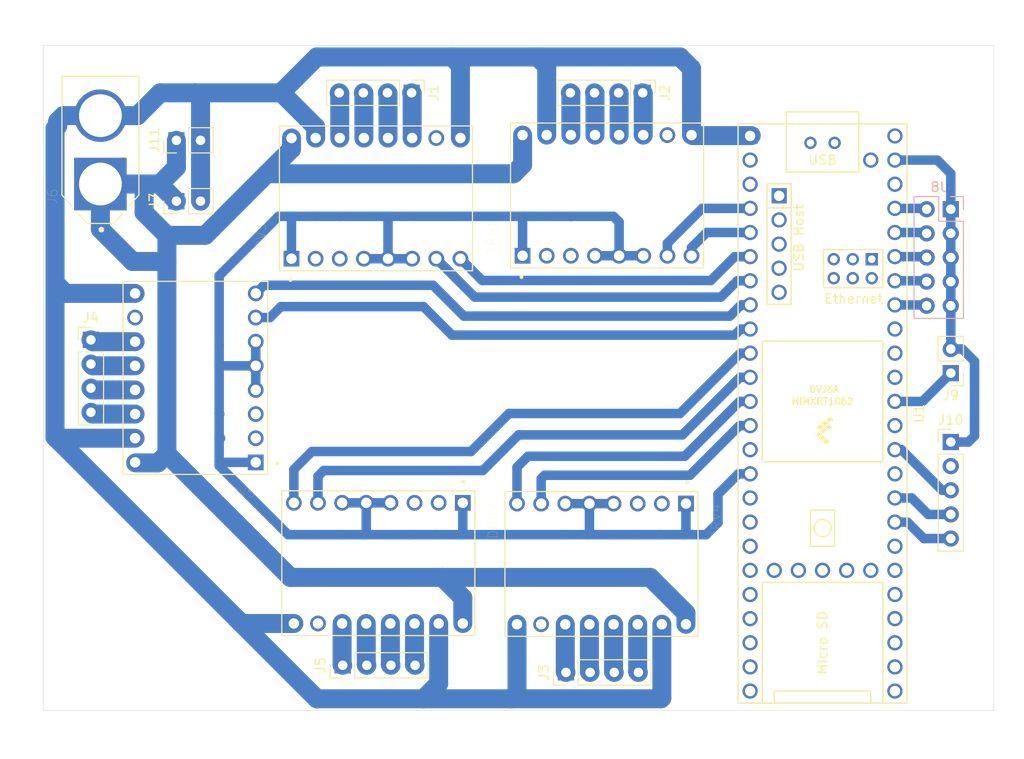
<source format=kicad_pcb>
(kicad_pcb (version 20171130) (host pcbnew "(5.1.5-0-10_14)")

  (general
    (thickness 1.6)
    (drawings 4)
    (tracks 262)
    (zones 0)
    (modules 17)
    (nets 102)
  )

  (page A4)
  (layers
    (0 F.Cu signal)
    (31 B.Cu signal)
    (32 B.Adhes user)
    (33 F.Adhes user)
    (34 B.Paste user)
    (35 F.Paste user)
    (36 B.SilkS user)
    (37 F.SilkS user)
    (38 B.Mask user)
    (39 F.Mask user)
    (40 Dwgs.User user)
    (41 Cmts.User user)
    (42 Eco1.User user)
    (43 Eco2.User user)
    (44 Edge.Cuts user)
    (45 Margin user)
    (46 B.CrtYd user)
    (47 F.CrtYd user)
    (48 B.Fab user)
    (49 F.Fab user)
  )

  (setup
    (last_trace_width 2)
    (user_trace_width 0.5)
    (user_trace_width 0.75)
    (user_trace_width 1)
    (user_trace_width 2)
    (user_trace_width 5)
    (trace_clearance 0.2)
    (zone_clearance 0.508)
    (zone_45_only no)
    (trace_min 0.2)
    (via_size 0.8)
    (via_drill 0.4)
    (via_min_size 0.4)
    (via_min_drill 0.3)
    (uvia_size 0.3)
    (uvia_drill 0.1)
    (uvias_allowed no)
    (uvia_min_size 0.2)
    (uvia_min_drill 0.1)
    (edge_width 0.05)
    (segment_width 0.2)
    (pcb_text_width 0.3)
    (pcb_text_size 1.5 1.5)
    (mod_edge_width 0.12)
    (mod_text_size 1 1)
    (mod_text_width 0.15)
    (pad_size 1.524 1.524)
    (pad_drill 0.762)
    (pad_to_mask_clearance 0.051)
    (solder_mask_min_width 0.25)
    (aux_axis_origin 0 0)
    (visible_elements FFFFFF7F)
    (pcbplotparams
      (layerselection 0x01000_7fffffff)
      (usegerberextensions false)
      (usegerberattributes false)
      (usegerberadvancedattributes false)
      (creategerberjobfile false)
      (excludeedgelayer true)
      (linewidth 0.100000)
      (plotframeref false)
      (viasonmask false)
      (mode 1)
      (useauxorigin false)
      (hpglpennumber 1)
      (hpglpenspeed 20)
      (hpglpendiameter 15.000000)
      (psnegative false)
      (psa4output false)
      (plotreference true)
      (plotvalue true)
      (plotinvisibletext false)
      (padsonsilk false)
      (subtractmaskfromsilk false)
      (outputformat 1)
      (mirror false)
      (drillshape 0)
      (scaleselection 1)
      (outputdirectory "MilledV2/"))
  )

  (net 0 "")
  (net 1 GND)
  (net 2 12V)
  (net 3 "Net-(DRV1-Pad13)")
  (net 4 "Net-(DRV1-Pad14)")
  (net 5 "Net-(DRV1-Pad12)")
  (net 6 "Net-(DRV1-Pad11)")
  (net 7 "Net-(DRV2-Pad11)")
  (net 8 "Net-(DRV2-Pad12)")
  (net 9 "Net-(DRV2-Pad14)")
  (net 10 "Net-(DRV2-Pad13)")
  (net 11 3V)
  (net 12 STEP1)
  (net 13 DIR1)
  (net 14 DIR2)
  (net 15 STEP2)
  (net 16 "Net-(DRV3-Pad13)")
  (net 17 STEP3)
  (net 18 DIR3)
  (net 19 "Net-(DRV3-Pad14)")
  (net 20 "Net-(DRV3-Pad12)")
  (net 21 "Net-(DRV3-Pad11)")
  (net 22 "Net-(DRV4-Pad13)")
  (net 23 STEP4)
  (net 24 DIR4)
  (net 25 "Net-(DRV4-Pad14)")
  (net 26 "Net-(DRV4-Pad12)")
  (net 27 "Net-(DRV4-Pad11)")
  (net 28 "Net-(DRV5-Pad11)")
  (net 29 "Net-(DRV5-Pad12)")
  (net 30 "Net-(DRV5-Pad14)")
  (net 31 DIR5)
  (net 32 STEP5)
  (net 33 "Net-(DRV5-Pad13)")
  (net 34 Limit5)
  (net 35 Limit4)
  (net 36 Limit3)
  (net 37 Limit2)
  (net 38 Limit1)
  (net 39 PROBE)
  (net 40 SpindlePWM)
  (net 41 SpindleDIR)
  (net 42 SpindleEN)
  (net 43 "Net-(U1-Pad49)")
  (net 44 "Net-(U1-Pad59)")
  (net 45 "Net-(U1-Pad58)")
  (net 46 "Net-(U1-Pad57)")
  (net 47 "Net-(U1-Pad56)")
  (net 48 "Net-(U1-Pad55)")
  (net 49 "Net-(U1-Pad48)")
  (net 50 "Net-(U1-Pad40)")
  (net 51 "Net-(U1-Pad39)")
  (net 52 "Net-(U1-Pad38)")
  (net 53 "Net-(U1-Pad36)")
  (net 54 "Net-(U1-Pad2)")
  (net 55 "Net-(U1-Pad3)")
  (net 56 "Net-(U1-Pad31)")
  (net 57 "Net-(U1-Pad30)")
  (net 58 "Net-(U1-Pad29)")
  (net 59 "Net-(U1-Pad28)")
  (net 60 "Net-(U1-Pad27)")
  (net 61 "Net-(U1-Pad26)")
  (net 62 "Net-(U1-Pad25)")
  (net 63 "Net-(U1-Pad24)")
  (net 64 "Net-(U1-Pad23)")
  (net 65 "Net-(U1-Pad22)")
  (net 66 "Net-(U1-Pad21)")
  (net 67 "Net-(U1-Pad16)")
  (net 68 "Net-(U1-Pad20)")
  (net 69 "Net-(U1-Pad19)")
  (net 70 "Net-(U1-Pad18)")
  (net 71 "Net-(U1-Pad17)")
  (net 72 "Net-(U1-Pad60)")
  (net 73 "Net-(U1-Pad65)")
  (net 74 "Net-(U1-Pad61)")
  (net 75 "Net-(U1-Pad64)")
  (net 76 "Net-(U1-Pad63)")
  (net 77 "Net-(U1-Pad62)")
  (net 78 "Net-(U1-Pad50)")
  (net 79 "Net-(U1-Pad51)")
  (net 80 "Net-(U1-Pad52)")
  (net 81 "Net-(U1-Pad53)")
  (net 82 "Net-(U1-Pad54)")
  (net 83 "Net-(U1-Pad67)")
  (net 84 "Net-(U1-Pad66)")
  (net 85 "Net-(DRV1-Pad10)")
  (net 86 "Net-(DRV2-Pad10)")
  (net 87 "Net-(DRV3-Pad10)")
  (net 88 "Net-(DRV4-Pad10)")
  (net 89 "Net-(DRV5-Pad10)")
  (net 90 "Net-(DRV1-Pad3)")
  (net 91 "Net-(DRV1-Pad2)")
  (net 92 "Net-(DRV2-Pad2)")
  (net 93 "Net-(DRV2-Pad3)")
  (net 94 "Net-(DRV3-Pad3)")
  (net 95 "Net-(DRV3-Pad2)")
  (net 96 "Net-(DRV4-Pad3)")
  (net 97 "Net-(DRV4-Pad2)")
  (net 98 "Net-(DRV5-Pad2)")
  (net 99 "Net-(DRV5-Pad3)")
  (net 100 "Net-(U1-Pad14)")
  (net 101 "Net-(U1-Pad34)")

  (net_class Default "This is the default net class."
    (clearance 0.2)
    (trace_width 0.25)
    (via_dia 0.8)
    (via_drill 0.4)
    (uvia_dia 0.3)
    (uvia_drill 0.1)
    (add_net 12V)
    (add_net 3V)
    (add_net DIR1)
    (add_net DIR2)
    (add_net DIR3)
    (add_net DIR4)
    (add_net DIR5)
    (add_net GND)
    (add_net Limit1)
    (add_net Limit2)
    (add_net Limit3)
    (add_net Limit4)
    (add_net Limit5)
    (add_net "Net-(DRV1-Pad10)")
    (add_net "Net-(DRV1-Pad11)")
    (add_net "Net-(DRV1-Pad12)")
    (add_net "Net-(DRV1-Pad13)")
    (add_net "Net-(DRV1-Pad14)")
    (add_net "Net-(DRV1-Pad2)")
    (add_net "Net-(DRV1-Pad3)")
    (add_net "Net-(DRV2-Pad10)")
    (add_net "Net-(DRV2-Pad11)")
    (add_net "Net-(DRV2-Pad12)")
    (add_net "Net-(DRV2-Pad13)")
    (add_net "Net-(DRV2-Pad14)")
    (add_net "Net-(DRV2-Pad2)")
    (add_net "Net-(DRV2-Pad3)")
    (add_net "Net-(DRV3-Pad10)")
    (add_net "Net-(DRV3-Pad11)")
    (add_net "Net-(DRV3-Pad12)")
    (add_net "Net-(DRV3-Pad13)")
    (add_net "Net-(DRV3-Pad14)")
    (add_net "Net-(DRV3-Pad2)")
    (add_net "Net-(DRV3-Pad3)")
    (add_net "Net-(DRV4-Pad10)")
    (add_net "Net-(DRV4-Pad11)")
    (add_net "Net-(DRV4-Pad12)")
    (add_net "Net-(DRV4-Pad13)")
    (add_net "Net-(DRV4-Pad14)")
    (add_net "Net-(DRV4-Pad2)")
    (add_net "Net-(DRV4-Pad3)")
    (add_net "Net-(DRV5-Pad10)")
    (add_net "Net-(DRV5-Pad11)")
    (add_net "Net-(DRV5-Pad12)")
    (add_net "Net-(DRV5-Pad13)")
    (add_net "Net-(DRV5-Pad14)")
    (add_net "Net-(DRV5-Pad2)")
    (add_net "Net-(DRV5-Pad3)")
    (add_net "Net-(U1-Pad14)")
    (add_net "Net-(U1-Pad16)")
    (add_net "Net-(U1-Pad17)")
    (add_net "Net-(U1-Pad18)")
    (add_net "Net-(U1-Pad19)")
    (add_net "Net-(U1-Pad2)")
    (add_net "Net-(U1-Pad20)")
    (add_net "Net-(U1-Pad21)")
    (add_net "Net-(U1-Pad22)")
    (add_net "Net-(U1-Pad23)")
    (add_net "Net-(U1-Pad24)")
    (add_net "Net-(U1-Pad25)")
    (add_net "Net-(U1-Pad26)")
    (add_net "Net-(U1-Pad27)")
    (add_net "Net-(U1-Pad28)")
    (add_net "Net-(U1-Pad29)")
    (add_net "Net-(U1-Pad3)")
    (add_net "Net-(U1-Pad30)")
    (add_net "Net-(U1-Pad31)")
    (add_net "Net-(U1-Pad34)")
    (add_net "Net-(U1-Pad36)")
    (add_net "Net-(U1-Pad38)")
    (add_net "Net-(U1-Pad39)")
    (add_net "Net-(U1-Pad40)")
    (add_net "Net-(U1-Pad48)")
    (add_net "Net-(U1-Pad49)")
    (add_net "Net-(U1-Pad50)")
    (add_net "Net-(U1-Pad51)")
    (add_net "Net-(U1-Pad52)")
    (add_net "Net-(U1-Pad53)")
    (add_net "Net-(U1-Pad54)")
    (add_net "Net-(U1-Pad55)")
    (add_net "Net-(U1-Pad56)")
    (add_net "Net-(U1-Pad57)")
    (add_net "Net-(U1-Pad58)")
    (add_net "Net-(U1-Pad59)")
    (add_net "Net-(U1-Pad60)")
    (add_net "Net-(U1-Pad61)")
    (add_net "Net-(U1-Pad62)")
    (add_net "Net-(U1-Pad63)")
    (add_net "Net-(U1-Pad64)")
    (add_net "Net-(U1-Pad65)")
    (add_net "Net-(U1-Pad66)")
    (add_net "Net-(U1-Pad67)")
    (add_net PROBE)
    (add_net STEP1)
    (add_net STEP2)
    (add_net STEP3)
    (add_net STEP4)
    (add_net STEP5)
    (add_net SpindleDIR)
    (add_net SpindleEN)
    (add_net SpindlePWM)
  )

  (module Connector_PinHeader_2.54mm:PinHeader_1x05_P2.54mm_Vertical (layer F.Cu) (tedit 59FED5CC) (tstamp 605A0515)
    (at 195.5 11.75)
    (descr "Through hole straight pin header, 1x05, 2.54mm pitch, single row")
    (tags "Through hole pin header THT 1x05 2.54mm single row")
    (path /6068481E)
    (fp_text reference J10 (at 0 -2.33) (layer F.SilkS)
      (effects (font (size 1 1) (thickness 0.15)))
    )
    (fp_text value Conn_01x05_Female (at 0 12.49) (layer F.Fab)
      (effects (font (size 1 1) (thickness 0.15)))
    )
    (fp_line (start -0.635 -1.27) (end 1.27 -1.27) (layer F.Fab) (width 0.1))
    (fp_line (start 1.27 -1.27) (end 1.27 11.43) (layer F.Fab) (width 0.1))
    (fp_line (start 1.27 11.43) (end -1.27 11.43) (layer F.Fab) (width 0.1))
    (fp_line (start -1.27 11.43) (end -1.27 -0.635) (layer F.Fab) (width 0.1))
    (fp_line (start -1.27 -0.635) (end -0.635 -1.27) (layer F.Fab) (width 0.1))
    (fp_line (start -1.33 11.49) (end 1.33 11.49) (layer F.SilkS) (width 0.12))
    (fp_line (start -1.33 1.27) (end -1.33 11.49) (layer F.SilkS) (width 0.12))
    (fp_line (start 1.33 1.27) (end 1.33 11.49) (layer F.SilkS) (width 0.12))
    (fp_line (start -1.33 1.27) (end 1.33 1.27) (layer F.SilkS) (width 0.12))
    (fp_line (start -1.33 0) (end -1.33 -1.33) (layer F.SilkS) (width 0.12))
    (fp_line (start -1.33 -1.33) (end 0 -1.33) (layer F.SilkS) (width 0.12))
    (fp_line (start -1.8 -1.8) (end -1.8 11.95) (layer F.CrtYd) (width 0.05))
    (fp_line (start -1.8 11.95) (end 1.8 11.95) (layer F.CrtYd) (width 0.05))
    (fp_line (start 1.8 11.95) (end 1.8 -1.8) (layer F.CrtYd) (width 0.05))
    (fp_line (start 1.8 -1.8) (end -1.8 -1.8) (layer F.CrtYd) (width 0.05))
    (fp_text user %R (at 0 5.08 90) (layer F.Fab)
      (effects (font (size 1 1) (thickness 0.15)))
    )
    (pad 1 thru_hole rect (at 0 0) (size 1.7 1.7) (drill 1) (layers *.Cu *.Mask)
      (net 1 GND))
    (pad 2 thru_hole oval (at 0 2.54) (size 1.7 1.7) (drill 1) (layers *.Cu *.Mask)
      (net 11 3V))
    (pad 3 thru_hole oval (at 0 5.08) (size 1.7 1.7) (drill 1) (layers *.Cu *.Mask)
      (net 40 SpindlePWM))
    (pad 4 thru_hole oval (at 0 7.62) (size 1.7 1.7) (drill 1) (layers *.Cu *.Mask)
      (net 41 SpindleDIR))
    (pad 5 thru_hole oval (at 0 10.16) (size 1.7 1.7) (drill 1) (layers *.Cu *.Mask)
      (net 42 SpindleEN))
    (model ${KISYS3DMOD}/Connector_PinHeader_2.54mm.3dshapes/PinHeader_1x05_P2.54mm_Vertical.wrl
      (at (xyz 0 0 0))
      (scale (xyz 1 1 1))
      (rotate (xyz 0 0 0))
    )
  )

  (module Connector_PinHeader_2.54mm:PinHeader_1x04_P2.54mm_Vertical (layer F.Cu) (tedit 59FED5CC) (tstamp 605A0496)
    (at 131.5 35.25 90)
    (descr "Through hole straight pin header, 1x04, 2.54mm pitch, single row")
    (tags "Through hole pin header THT 1x04 2.54mm single row")
    (path /6033E63B)
    (fp_text reference J5 (at 0 -2.33 90) (layer F.SilkS)
      (effects (font (size 1 1) (thickness 0.15)))
    )
    (fp_text value Conn_01x04_Female (at 0 9.95 90) (layer F.Fab)
      (effects (font (size 1 1) (thickness 0.15)))
    )
    (fp_line (start -0.635 -1.27) (end 1.27 -1.27) (layer F.Fab) (width 0.1))
    (fp_line (start 1.27 -1.27) (end 1.27 8.89) (layer F.Fab) (width 0.1))
    (fp_line (start 1.27 8.89) (end -1.27 8.89) (layer F.Fab) (width 0.1))
    (fp_line (start -1.27 8.89) (end -1.27 -0.635) (layer F.Fab) (width 0.1))
    (fp_line (start -1.27 -0.635) (end -0.635 -1.27) (layer F.Fab) (width 0.1))
    (fp_line (start -1.33 8.95) (end 1.33 8.95) (layer F.SilkS) (width 0.12))
    (fp_line (start -1.33 1.27) (end -1.33 8.95) (layer F.SilkS) (width 0.12))
    (fp_line (start 1.33 1.27) (end 1.33 8.95) (layer F.SilkS) (width 0.12))
    (fp_line (start -1.33 1.27) (end 1.33 1.27) (layer F.SilkS) (width 0.12))
    (fp_line (start -1.33 0) (end -1.33 -1.33) (layer F.SilkS) (width 0.12))
    (fp_line (start -1.33 -1.33) (end 0 -1.33) (layer F.SilkS) (width 0.12))
    (fp_line (start -1.8 -1.8) (end -1.8 9.4) (layer F.CrtYd) (width 0.05))
    (fp_line (start -1.8 9.4) (end 1.8 9.4) (layer F.CrtYd) (width 0.05))
    (fp_line (start 1.8 9.4) (end 1.8 -1.8) (layer F.CrtYd) (width 0.05))
    (fp_line (start 1.8 -1.8) (end -1.8 -1.8) (layer F.CrtYd) (width 0.05))
    (fp_text user %R (at 0 3.81) (layer F.Fab)
      (effects (font (size 1 1) (thickness 0.15)))
    )
    (pad 1 thru_hole rect (at 0 0 90) (size 1.7 1.7) (drill 1) (layers *.Cu *.Mask)
      (net 7 "Net-(DRV2-Pad11)"))
    (pad 2 thru_hole oval (at 0 2.54 90) (size 1.7 1.7) (drill 1) (layers *.Cu *.Mask)
      (net 8 "Net-(DRV2-Pad12)"))
    (pad 3 thru_hole oval (at 0 5.08 90) (size 1.7 1.7) (drill 1) (layers *.Cu *.Mask)
      (net 10 "Net-(DRV2-Pad13)"))
    (pad 4 thru_hole oval (at 0 7.62 90) (size 1.7 1.7) (drill 1) (layers *.Cu *.Mask)
      (net 9 "Net-(DRV2-Pad14)"))
    (model ${KISYS3DMOD}/Connector_PinHeader_2.54mm.3dshapes/PinHeader_1x04_P2.54mm_Vertical.wrl
      (at (xyz 0 0 0))
      (scale (xyz 1 1 1))
      (rotate (xyz 0 0 0))
    )
  )

  (module DRV8825_STEPPER_MOTOR_DRIVER_CARRIER:IC_DRV8825_STEPPER_MOTOR_DRIVER_CARRIER (layer F.Cu) (tedit 6032ADD8) (tstamp 605A03DA)
    (at 135 -13.892401 90)
    (path /605A545A)
    (fp_text reference DRV3 (at -4.445 -12.065 90) (layer F.SilkS)
      (effects (font (size 1 1) (thickness 0.015)))
    )
    (fp_text value "Y1 Driver" (at 17.145 12.065 90) (layer F.Fab)
      (effects (font (size 1 1) (thickness 0.015)))
    )
    (fp_line (start -7.62 -10.16) (end 7.62 -10.16) (layer F.Fab) (width 0.127))
    (fp_line (start 7.62 -10.16) (end 7.62 10.16) (layer F.Fab) (width 0.127))
    (fp_line (start 7.62 10.16) (end -7.62 10.16) (layer F.Fab) (width 0.127))
    (fp_line (start -7.62 10.16) (end -7.62 -10.16) (layer F.Fab) (width 0.127))
    (fp_line (start -7.62 -10.16) (end 7.62 -10.16) (layer F.SilkS) (width 0.127))
    (fp_line (start -7.62 10.16) (end -7.62 -10.16) (layer F.SilkS) (width 0.127))
    (fp_line (start 7.62 -10.16) (end 7.62 10.16) (layer F.SilkS) (width 0.127))
    (fp_line (start 7.62 10.16) (end -7.62 10.16) (layer F.SilkS) (width 0.127))
    (fp_line (start -7.87 -10.41) (end 7.87 -10.41) (layer F.CrtYd) (width 0.05))
    (fp_line (start 7.87 -10.41) (end 7.87 10.41) (layer F.CrtYd) (width 0.05))
    (fp_line (start 7.87 10.41) (end -7.87 10.41) (layer F.CrtYd) (width 0.05))
    (fp_line (start -7.87 10.41) (end -7.87 -10.41) (layer F.CrtYd) (width 0.05))
    (fp_circle (center -8.6 -9) (end -8.5 -9) (layer F.SilkS) (width 0.2))
    (fp_circle (center -8.6 -9) (end -8.5 -9) (layer F.Fab) (width 0.2))
    (pad 4 thru_hole circle (at -6.35 -1.27 90) (size 1.65 1.65) (drill 1.1) (layers *.Cu *.Mask)
      (net 11 3V))
    (pad 13 thru_hole circle (at 6.35 -1.27 90) (size 1.65 1.65) (drill 1.1) (layers *.Cu *.Mask)
      (net 16 "Net-(DRV3-Pad13)"))
    (pad 5 thru_hole circle (at -6.35 1.27 90) (size 1.65 1.65) (drill 1.1) (layers *.Cu *.Mask)
      (net 11 3V))
    (pad 6 thru_hole circle (at -6.35 3.81 90) (size 1.65 1.65) (drill 1.1) (layers *.Cu *.Mask)
      (net 11 3V))
    (pad 7 thru_hole circle (at -6.35 6.35 90) (size 1.65 1.65) (drill 1.1) (layers *.Cu *.Mask)
      (net 17 STEP3))
    (pad 8 thru_hole circle (at -6.35 8.89 90) (size 1.65 1.65) (drill 1.1) (layers *.Cu *.Mask)
      (net 18 DIR3))
    (pad 3 thru_hole circle (at -6.35 -3.81 90) (size 1.65 1.65) (drill 1.1) (layers *.Cu *.Mask)
      (net 94 "Net-(DRV3-Pad3)"))
    (pad 2 thru_hole circle (at -6.35 -6.35 90) (size 1.65 1.65) (drill 1.1) (layers *.Cu *.Mask)
      (net 95 "Net-(DRV3-Pad2)"))
    (pad 1 thru_hole rect (at -6.35 -8.89 90) (size 1.65 1.65) (drill 1.1) (layers *.Cu *.Mask)
      (net 11 3V))
    (pad 14 thru_hole circle (at 6.35 -3.81 90) (size 1.65 1.65) (drill 1.1) (layers *.Cu *.Mask)
      (net 19 "Net-(DRV3-Pad14)"))
    (pad 15 thru_hole circle (at 6.35 -6.35 90) (size 1.65 1.65) (drill 1.1) (layers *.Cu *.Mask)
      (net 1 GND))
    (pad 16 thru_hole circle (at 6.35 -8.89 90) (size 1.65 1.65) (drill 1.1) (layers *.Cu *.Mask)
      (net 2 12V))
    (pad 12 thru_hole circle (at 6.35 1.27 90) (size 1.65 1.65) (drill 1.1) (layers *.Cu *.Mask)
      (net 20 "Net-(DRV3-Pad12)"))
    (pad 11 thru_hole circle (at 6.35 3.81 90) (size 1.65 1.65) (drill 1.1) (layers *.Cu *.Mask)
      (net 21 "Net-(DRV3-Pad11)"))
    (pad 10 thru_hole circle (at 6.35 6.35 90) (size 1.65 1.65) (drill 1.1) (layers *.Cu *.Mask)
      (net 87 "Net-(DRV3-Pad10)"))
    (pad 9 thru_hole circle (at 6.35 8.89 90) (size 1.65 1.65) (drill 1.1) (layers *.Cu *.Mask)
      (net 1 GND))
  )

  (module DRV8825_STEPPER_MOTOR_DRIVER_CARRIER:IC_DRV8825_STEPPER_MOTOR_DRIVER_CARRIER (layer F.Cu) (tedit 6032ADD8) (tstamp 605A03B8)
    (at 135.25 24.5 270)
    (path /60332CA4)
    (fp_text reference DRV2 (at -4.445 -12.065 90) (layer F.SilkS)
      (effects (font (size 1 1) (thickness 0.015)))
    )
    (fp_text value "X2 Driver" (at 17.145 12.065 90) (layer F.Fab)
      (effects (font (size 1 1) (thickness 0.015)))
    )
    (fp_circle (center -8.6 -9) (end -8.5 -9) (layer F.Fab) (width 0.2))
    (fp_circle (center -8.6 -9) (end -8.5 -9) (layer F.SilkS) (width 0.2))
    (fp_line (start -7.87 10.41) (end -7.87 -10.41) (layer F.CrtYd) (width 0.05))
    (fp_line (start 7.87 10.41) (end -7.87 10.41) (layer F.CrtYd) (width 0.05))
    (fp_line (start 7.87 -10.41) (end 7.87 10.41) (layer F.CrtYd) (width 0.05))
    (fp_line (start -7.87 -10.41) (end 7.87 -10.41) (layer F.CrtYd) (width 0.05))
    (fp_line (start 7.62 10.16) (end -7.62 10.16) (layer F.SilkS) (width 0.127))
    (fp_line (start 7.62 -10.16) (end 7.62 10.16) (layer F.SilkS) (width 0.127))
    (fp_line (start -7.62 10.16) (end -7.62 -10.16) (layer F.SilkS) (width 0.127))
    (fp_line (start -7.62 -10.16) (end 7.62 -10.16) (layer F.SilkS) (width 0.127))
    (fp_line (start -7.62 10.16) (end -7.62 -10.16) (layer F.Fab) (width 0.127))
    (fp_line (start 7.62 10.16) (end -7.62 10.16) (layer F.Fab) (width 0.127))
    (fp_line (start 7.62 -10.16) (end 7.62 10.16) (layer F.Fab) (width 0.127))
    (fp_line (start -7.62 -10.16) (end 7.62 -10.16) (layer F.Fab) (width 0.127))
    (pad 9 thru_hole circle (at 6.35 8.89 270) (size 1.65 1.65) (drill 1.1) (layers *.Cu *.Mask)
      (net 1 GND))
    (pad 10 thru_hole circle (at 6.35 6.35 270) (size 1.65 1.65) (drill 1.1) (layers *.Cu *.Mask)
      (net 86 "Net-(DRV2-Pad10)"))
    (pad 11 thru_hole circle (at 6.35 3.81 270) (size 1.65 1.65) (drill 1.1) (layers *.Cu *.Mask)
      (net 7 "Net-(DRV2-Pad11)"))
    (pad 12 thru_hole circle (at 6.35 1.27 270) (size 1.65 1.65) (drill 1.1) (layers *.Cu *.Mask)
      (net 8 "Net-(DRV2-Pad12)"))
    (pad 16 thru_hole circle (at 6.35 -8.89 270) (size 1.65 1.65) (drill 1.1) (layers *.Cu *.Mask)
      (net 2 12V))
    (pad 15 thru_hole circle (at 6.35 -6.35 270) (size 1.65 1.65) (drill 1.1) (layers *.Cu *.Mask)
      (net 1 GND))
    (pad 14 thru_hole circle (at 6.35 -3.81 270) (size 1.65 1.65) (drill 1.1) (layers *.Cu *.Mask)
      (net 9 "Net-(DRV2-Pad14)"))
    (pad 1 thru_hole rect (at -6.35 -8.89 270) (size 1.65 1.65) (drill 1.1) (layers *.Cu *.Mask)
      (net 11 3V))
    (pad 2 thru_hole circle (at -6.35 -6.35 270) (size 1.65 1.65) (drill 1.1) (layers *.Cu *.Mask)
      (net 92 "Net-(DRV2-Pad2)"))
    (pad 3 thru_hole circle (at -6.35 -3.81 270) (size 1.65 1.65) (drill 1.1) (layers *.Cu *.Mask)
      (net 93 "Net-(DRV2-Pad3)"))
    (pad 8 thru_hole circle (at -6.35 8.89 270) (size 1.65 1.65) (drill 1.1) (layers *.Cu *.Mask)
      (net 14 DIR2))
    (pad 7 thru_hole circle (at -6.35 6.35 270) (size 1.65 1.65) (drill 1.1) (layers *.Cu *.Mask)
      (net 15 STEP2))
    (pad 6 thru_hole circle (at -6.35 3.81 270) (size 1.65 1.65) (drill 1.1) (layers *.Cu *.Mask)
      (net 11 3V))
    (pad 5 thru_hole circle (at -6.35 1.27 270) (size 1.65 1.65) (drill 1.1) (layers *.Cu *.Mask)
      (net 11 3V))
    (pad 13 thru_hole circle (at 6.35 -1.27 270) (size 1.65 1.65) (drill 1.1) (layers *.Cu *.Mask)
      (net 10 "Net-(DRV2-Pad13)"))
    (pad 4 thru_hole circle (at -6.35 -1.27 270) (size 1.65 1.65) (drill 1.1) (layers *.Cu *.Mask)
      (net 11 3V))
  )

  (module DRV8825_STEPPER_MOTOR_DRIVER_CARRIER:IC_DRV8825_STEPPER_MOTOR_DRIVER_CARRIER (layer F.Cu) (tedit 6032ADD8) (tstamp 605A0396)
    (at 159.322601 -14.202401 90)
    (path /603302AF)
    (fp_text reference DRV1 (at -4.445 -12.065 90) (layer F.SilkS)
      (effects (font (size 1 1) (thickness 0.015)))
    )
    (fp_text value "X1 Driver" (at 17.145 12.065 90) (layer F.Fab)
      (effects (font (size 1 1) (thickness 0.015)))
    )
    (fp_line (start -7.62 -10.16) (end 7.62 -10.16) (layer F.Fab) (width 0.127))
    (fp_line (start 7.62 -10.16) (end 7.62 10.16) (layer F.Fab) (width 0.127))
    (fp_line (start 7.62 10.16) (end -7.62 10.16) (layer F.Fab) (width 0.127))
    (fp_line (start -7.62 10.16) (end -7.62 -10.16) (layer F.Fab) (width 0.127))
    (fp_line (start -7.62 -10.16) (end 7.62 -10.16) (layer F.SilkS) (width 0.127))
    (fp_line (start -7.62 10.16) (end -7.62 -10.16) (layer F.SilkS) (width 0.127))
    (fp_line (start 7.62 -10.16) (end 7.62 10.16) (layer F.SilkS) (width 0.127))
    (fp_line (start 7.62 10.16) (end -7.62 10.16) (layer F.SilkS) (width 0.127))
    (fp_line (start -7.87 -10.41) (end 7.87 -10.41) (layer F.CrtYd) (width 0.05))
    (fp_line (start 7.87 -10.41) (end 7.87 10.41) (layer F.CrtYd) (width 0.05))
    (fp_line (start 7.87 10.41) (end -7.87 10.41) (layer F.CrtYd) (width 0.05))
    (fp_line (start -7.87 10.41) (end -7.87 -10.41) (layer F.CrtYd) (width 0.05))
    (fp_circle (center -8.6 -9) (end -8.5 -9) (layer F.SilkS) (width 0.2))
    (fp_circle (center -8.6 -9) (end -8.5 -9) (layer F.Fab) (width 0.2))
    (pad 4 thru_hole circle (at -6.35 -1.27 90) (size 1.65 1.65) (drill 1.1) (layers *.Cu *.Mask)
      (net 11 3V))
    (pad 13 thru_hole circle (at 6.35 -1.27 90) (size 1.65 1.65) (drill 1.1) (layers *.Cu *.Mask)
      (net 3 "Net-(DRV1-Pad13)"))
    (pad 5 thru_hole circle (at -6.35 1.27 90) (size 1.65 1.65) (drill 1.1) (layers *.Cu *.Mask)
      (net 11 3V))
    (pad 6 thru_hole circle (at -6.35 3.81 90) (size 1.65 1.65) (drill 1.1) (layers *.Cu *.Mask)
      (net 11 3V))
    (pad 7 thru_hole circle (at -6.35 6.35 90) (size 1.65 1.65) (drill 1.1) (layers *.Cu *.Mask)
      (net 12 STEP1))
    (pad 8 thru_hole circle (at -6.35 8.89 90) (size 1.65 1.65) (drill 1.1) (layers *.Cu *.Mask)
      (net 13 DIR1))
    (pad 3 thru_hole circle (at -6.35 -3.81 90) (size 1.65 1.65) (drill 1.1) (layers *.Cu *.Mask)
      (net 90 "Net-(DRV1-Pad3)"))
    (pad 2 thru_hole circle (at -6.35 -6.35 90) (size 1.65 1.65) (drill 1.1) (layers *.Cu *.Mask)
      (net 91 "Net-(DRV1-Pad2)"))
    (pad 1 thru_hole rect (at -6.35 -8.89 90) (size 1.65 1.65) (drill 1.1) (layers *.Cu *.Mask)
      (net 11 3V))
    (pad 14 thru_hole circle (at 6.35 -3.81 90) (size 1.65 1.65) (drill 1.1) (layers *.Cu *.Mask)
      (net 4 "Net-(DRV1-Pad14)"))
    (pad 15 thru_hole circle (at 6.35 -6.35 90) (size 1.65 1.65) (drill 1.1) (layers *.Cu *.Mask)
      (net 1 GND))
    (pad 16 thru_hole circle (at 6.35 -8.89 90) (size 1.65 1.65) (drill 1.1) (layers *.Cu *.Mask)
      (net 2 12V))
    (pad 12 thru_hole circle (at 6.35 1.27 90) (size 1.65 1.65) (drill 1.1) (layers *.Cu *.Mask)
      (net 5 "Net-(DRV1-Pad12)"))
    (pad 11 thru_hole circle (at 6.35 3.81 90) (size 1.65 1.65) (drill 1.1) (layers *.Cu *.Mask)
      (net 6 "Net-(DRV1-Pad11)"))
    (pad 10 thru_hole circle (at 6.35 6.35 90) (size 1.65 1.65) (drill 1.1) (layers *.Cu *.Mask)
      (net 85 "Net-(DRV1-Pad10)"))
    (pad 9 thru_hole circle (at 6.35 8.89 90) (size 1.65 1.65) (drill 1.1) (layers *.Cu *.Mask)
      (net 1 GND))
  )

  (module DRV8825_STEPPER_MOTOR_DRIVER_CARRIER:IC_DRV8825_STEPPER_MOTOR_DRIVER_CARRIER (layer F.Cu) (tedit 6032ADD8) (tstamp 605A03FC)
    (at 158.737399 24.582401 270)
    (path /605AA8F7)
    (fp_text reference DRV4 (at -4.445 -12.065 90) (layer F.SilkS)
      (effects (font (size 1 1) (thickness 0.015)))
    )
    (fp_text value "Y2 Driver" (at 17.145 12.065 90) (layer F.Fab)
      (effects (font (size 1 1) (thickness 0.015)))
    )
    (fp_line (start -7.62 -10.16) (end 7.62 -10.16) (layer F.Fab) (width 0.127))
    (fp_line (start 7.62 -10.16) (end 7.62 10.16) (layer F.Fab) (width 0.127))
    (fp_line (start 7.62 10.16) (end -7.62 10.16) (layer F.Fab) (width 0.127))
    (fp_line (start -7.62 10.16) (end -7.62 -10.16) (layer F.Fab) (width 0.127))
    (fp_line (start -7.62 -10.16) (end 7.62 -10.16) (layer F.SilkS) (width 0.127))
    (fp_line (start -7.62 10.16) (end -7.62 -10.16) (layer F.SilkS) (width 0.127))
    (fp_line (start 7.62 -10.16) (end 7.62 10.16) (layer F.SilkS) (width 0.127))
    (fp_line (start 7.62 10.16) (end -7.62 10.16) (layer F.SilkS) (width 0.127))
    (fp_line (start -7.87 -10.41) (end 7.87 -10.41) (layer F.CrtYd) (width 0.05))
    (fp_line (start 7.87 -10.41) (end 7.87 10.41) (layer F.CrtYd) (width 0.05))
    (fp_line (start 7.87 10.41) (end -7.87 10.41) (layer F.CrtYd) (width 0.05))
    (fp_line (start -7.87 10.41) (end -7.87 -10.41) (layer F.CrtYd) (width 0.05))
    (fp_circle (center -8.6 -9) (end -8.5 -9) (layer F.SilkS) (width 0.2))
    (fp_circle (center -8.6 -9) (end -8.5 -9) (layer F.Fab) (width 0.2))
    (pad 4 thru_hole circle (at -6.35 -1.27 270) (size 1.65 1.65) (drill 1.1) (layers *.Cu *.Mask)
      (net 11 3V))
    (pad 13 thru_hole circle (at 6.35 -1.27 270) (size 1.65 1.65) (drill 1.1) (layers *.Cu *.Mask)
      (net 22 "Net-(DRV4-Pad13)"))
    (pad 5 thru_hole circle (at -6.35 1.27 270) (size 1.65 1.65) (drill 1.1) (layers *.Cu *.Mask)
      (net 11 3V))
    (pad 6 thru_hole circle (at -6.35 3.81 270) (size 1.65 1.65) (drill 1.1) (layers *.Cu *.Mask)
      (net 11 3V))
    (pad 7 thru_hole circle (at -6.35 6.35 270) (size 1.65 1.65) (drill 1.1) (layers *.Cu *.Mask)
      (net 23 STEP4))
    (pad 8 thru_hole circle (at -6.35 8.89 270) (size 1.65 1.65) (drill 1.1) (layers *.Cu *.Mask)
      (net 24 DIR4))
    (pad 3 thru_hole circle (at -6.35 -3.81 270) (size 1.65 1.65) (drill 1.1) (layers *.Cu *.Mask)
      (net 96 "Net-(DRV4-Pad3)"))
    (pad 2 thru_hole circle (at -6.35 -6.35 270) (size 1.65 1.65) (drill 1.1) (layers *.Cu *.Mask)
      (net 97 "Net-(DRV4-Pad2)"))
    (pad 1 thru_hole rect (at -6.35 -8.89 270) (size 1.65 1.65) (drill 1.1) (layers *.Cu *.Mask)
      (net 11 3V))
    (pad 14 thru_hole circle (at 6.35 -3.81 270) (size 1.65 1.65) (drill 1.1) (layers *.Cu *.Mask)
      (net 25 "Net-(DRV4-Pad14)"))
    (pad 15 thru_hole circle (at 6.35 -6.35 270) (size 1.65 1.65) (drill 1.1) (layers *.Cu *.Mask)
      (net 1 GND))
    (pad 16 thru_hole circle (at 6.35 -8.89 270) (size 1.65 1.65) (drill 1.1) (layers *.Cu *.Mask)
      (net 2 12V))
    (pad 12 thru_hole circle (at 6.35 1.27 270) (size 1.65 1.65) (drill 1.1) (layers *.Cu *.Mask)
      (net 26 "Net-(DRV4-Pad12)"))
    (pad 11 thru_hole circle (at 6.35 3.81 270) (size 1.65 1.65) (drill 1.1) (layers *.Cu *.Mask)
      (net 27 "Net-(DRV4-Pad11)"))
    (pad 10 thru_hole circle (at 6.35 6.35 270) (size 1.65 1.65) (drill 1.1) (layers *.Cu *.Mask)
      (net 88 "Net-(DRV4-Pad10)"))
    (pad 9 thru_hole circle (at 6.35 8.89 270) (size 1.65 1.65) (drill 1.1) (layers *.Cu *.Mask)
      (net 1 GND))
  )

  (module DRV8825_STEPPER_MOTOR_DRIVER_CARRIER:IC_DRV8825_STEPPER_MOTOR_DRIVER_CARRIER (layer F.Cu) (tedit 6032ADD8) (tstamp 605A041E)
    (at 116 5 180)
    (path /605A5486)
    (fp_text reference DRV5 (at -4.445 -12.065) (layer F.SilkS)
      (effects (font (size 1 1) (thickness 0.015)))
    )
    (fp_text value "Z1 Driver" (at 17.145 12.065) (layer F.Fab)
      (effects (font (size 1 1) (thickness 0.015)))
    )
    (fp_circle (center -8.6 -9) (end -8.5 -9) (layer F.Fab) (width 0.2))
    (fp_circle (center -8.6 -9) (end -8.5 -9) (layer F.SilkS) (width 0.2))
    (fp_line (start -7.87 10.41) (end -7.87 -10.41) (layer F.CrtYd) (width 0.05))
    (fp_line (start 7.87 10.41) (end -7.87 10.41) (layer F.CrtYd) (width 0.05))
    (fp_line (start 7.87 -10.41) (end 7.87 10.41) (layer F.CrtYd) (width 0.05))
    (fp_line (start -7.87 -10.41) (end 7.87 -10.41) (layer F.CrtYd) (width 0.05))
    (fp_line (start 7.62 10.16) (end -7.62 10.16) (layer F.SilkS) (width 0.127))
    (fp_line (start 7.62 -10.16) (end 7.62 10.16) (layer F.SilkS) (width 0.127))
    (fp_line (start -7.62 10.16) (end -7.62 -10.16) (layer F.SilkS) (width 0.127))
    (fp_line (start -7.62 -10.16) (end 7.62 -10.16) (layer F.SilkS) (width 0.127))
    (fp_line (start -7.62 10.16) (end -7.62 -10.16) (layer F.Fab) (width 0.127))
    (fp_line (start 7.62 10.16) (end -7.62 10.16) (layer F.Fab) (width 0.127))
    (fp_line (start 7.62 -10.16) (end 7.62 10.16) (layer F.Fab) (width 0.127))
    (fp_line (start -7.62 -10.16) (end 7.62 -10.16) (layer F.Fab) (width 0.127))
    (pad 9 thru_hole circle (at 6.35 8.89 180) (size 1.65 1.65) (drill 1.1) (layers *.Cu *.Mask)
      (net 1 GND))
    (pad 10 thru_hole circle (at 6.35 6.35 180) (size 1.65 1.65) (drill 1.1) (layers *.Cu *.Mask)
      (net 89 "Net-(DRV5-Pad10)"))
    (pad 11 thru_hole circle (at 6.35 3.81 180) (size 1.65 1.65) (drill 1.1) (layers *.Cu *.Mask)
      (net 28 "Net-(DRV5-Pad11)"))
    (pad 12 thru_hole circle (at 6.35 1.27 180) (size 1.65 1.65) (drill 1.1) (layers *.Cu *.Mask)
      (net 29 "Net-(DRV5-Pad12)"))
    (pad 16 thru_hole circle (at 6.35 -8.89 180) (size 1.65 1.65) (drill 1.1) (layers *.Cu *.Mask)
      (net 2 12V))
    (pad 15 thru_hole circle (at 6.35 -6.35 180) (size 1.65 1.65) (drill 1.1) (layers *.Cu *.Mask)
      (net 1 GND))
    (pad 14 thru_hole circle (at 6.35 -3.81 180) (size 1.65 1.65) (drill 1.1) (layers *.Cu *.Mask)
      (net 30 "Net-(DRV5-Pad14)"))
    (pad 1 thru_hole rect (at -6.35 -8.89 180) (size 1.65 1.65) (drill 1.1) (layers *.Cu *.Mask)
      (net 11 3V))
    (pad 2 thru_hole circle (at -6.35 -6.35 180) (size 1.65 1.65) (drill 1.1) (layers *.Cu *.Mask)
      (net 98 "Net-(DRV5-Pad2)"))
    (pad 3 thru_hole circle (at -6.35 -3.81 180) (size 1.65 1.65) (drill 1.1) (layers *.Cu *.Mask)
      (net 99 "Net-(DRV5-Pad3)"))
    (pad 8 thru_hole circle (at -6.35 8.89 180) (size 1.65 1.65) (drill 1.1) (layers *.Cu *.Mask)
      (net 31 DIR5))
    (pad 7 thru_hole circle (at -6.35 6.35 180) (size 1.65 1.65) (drill 1.1) (layers *.Cu *.Mask)
      (net 32 STEP5))
    (pad 6 thru_hole circle (at -6.35 3.81 180) (size 1.65 1.65) (drill 1.1) (layers *.Cu *.Mask)
      (net 11 3V))
    (pad 5 thru_hole circle (at -6.35 1.27 180) (size 1.65 1.65) (drill 1.1) (layers *.Cu *.Mask)
      (net 11 3V))
    (pad 13 thru_hole circle (at 6.35 -1.27 180) (size 1.65 1.65) (drill 1.1) (layers *.Cu *.Mask)
      (net 33 "Net-(DRV5-Pad13)"))
    (pad 4 thru_hole circle (at -6.35 -1.27 180) (size 1.65 1.65) (drill 1.1) (layers *.Cu *.Mask)
      (net 11 3V))
  )

  (module Connector_PinHeader_2.54mm:PinHeader_1x04_P2.54mm_Vertical (layer F.Cu) (tedit 59FED5CC) (tstamp 605A0436)
    (at 138.75 -25 270)
    (descr "Through hole straight pin header, 1x04, 2.54mm pitch, single row")
    (tags "Through hole pin header THT 1x04 2.54mm single row")
    (path /605A5466)
    (fp_text reference J1 (at 0 -2.33 90) (layer F.SilkS)
      (effects (font (size 1 1) (thickness 0.15)))
    )
    (fp_text value Conn_01x04_Female (at 0 9.95 90) (layer F.Fab)
      (effects (font (size 1 1) (thickness 0.15)))
    )
    (fp_text user %R (at 0 3.81) (layer F.Fab)
      (effects (font (size 1 1) (thickness 0.15)))
    )
    (fp_line (start 1.8 -1.8) (end -1.8 -1.8) (layer F.CrtYd) (width 0.05))
    (fp_line (start 1.8 9.4) (end 1.8 -1.8) (layer F.CrtYd) (width 0.05))
    (fp_line (start -1.8 9.4) (end 1.8 9.4) (layer F.CrtYd) (width 0.05))
    (fp_line (start -1.8 -1.8) (end -1.8 9.4) (layer F.CrtYd) (width 0.05))
    (fp_line (start -1.33 -1.33) (end 0 -1.33) (layer F.SilkS) (width 0.12))
    (fp_line (start -1.33 0) (end -1.33 -1.33) (layer F.SilkS) (width 0.12))
    (fp_line (start -1.33 1.27) (end 1.33 1.27) (layer F.SilkS) (width 0.12))
    (fp_line (start 1.33 1.27) (end 1.33 8.95) (layer F.SilkS) (width 0.12))
    (fp_line (start -1.33 1.27) (end -1.33 8.95) (layer F.SilkS) (width 0.12))
    (fp_line (start -1.33 8.95) (end 1.33 8.95) (layer F.SilkS) (width 0.12))
    (fp_line (start -1.27 -0.635) (end -0.635 -1.27) (layer F.Fab) (width 0.1))
    (fp_line (start -1.27 8.89) (end -1.27 -0.635) (layer F.Fab) (width 0.1))
    (fp_line (start 1.27 8.89) (end -1.27 8.89) (layer F.Fab) (width 0.1))
    (fp_line (start 1.27 -1.27) (end 1.27 8.89) (layer F.Fab) (width 0.1))
    (fp_line (start -0.635 -1.27) (end 1.27 -1.27) (layer F.Fab) (width 0.1))
    (pad 4 thru_hole oval (at 0 7.62 270) (size 1.7 1.7) (drill 1) (layers *.Cu *.Mask)
      (net 19 "Net-(DRV3-Pad14)"))
    (pad 3 thru_hole oval (at 0 5.08 270) (size 1.7 1.7) (drill 1) (layers *.Cu *.Mask)
      (net 16 "Net-(DRV3-Pad13)"))
    (pad 2 thru_hole oval (at 0 2.54 270) (size 1.7 1.7) (drill 1) (layers *.Cu *.Mask)
      (net 20 "Net-(DRV3-Pad12)"))
    (pad 1 thru_hole rect (at 0 0 270) (size 1.7 1.7) (drill 1) (layers *.Cu *.Mask)
      (net 21 "Net-(DRV3-Pad11)"))
    (model ${KISYS3DMOD}/Connector_PinHeader_2.54mm.3dshapes/PinHeader_1x04_P2.54mm_Vertical.wrl
      (at (xyz 0 0 0))
      (scale (xyz 1 1 1))
      (rotate (xyz 0 0 0))
    )
  )

  (module Connector_PinHeader_2.54mm:PinHeader_1x04_P2.54mm_Vertical (layer F.Cu) (tedit 59FED5CC) (tstamp 605A044E)
    (at 163.08 -25 270)
    (descr "Through hole straight pin header, 1x04, 2.54mm pitch, single row")
    (tags "Through hole pin header THT 1x04 2.54mm single row")
    (path /6034420A)
    (fp_text reference J2 (at 0 -2.33 90) (layer F.SilkS)
      (effects (font (size 1 1) (thickness 0.15)))
    )
    (fp_text value Conn_01x04_Female (at 0 9.95 90) (layer F.Fab)
      (effects (font (size 1 1) (thickness 0.15)))
    )
    (fp_text user %R (at 0 3.81) (layer F.Fab)
      (effects (font (size 1 1) (thickness 0.15)))
    )
    (fp_line (start 1.8 -1.8) (end -1.8 -1.8) (layer F.CrtYd) (width 0.05))
    (fp_line (start 1.8 9.4) (end 1.8 -1.8) (layer F.CrtYd) (width 0.05))
    (fp_line (start -1.8 9.4) (end 1.8 9.4) (layer F.CrtYd) (width 0.05))
    (fp_line (start -1.8 -1.8) (end -1.8 9.4) (layer F.CrtYd) (width 0.05))
    (fp_line (start -1.33 -1.33) (end 0 -1.33) (layer F.SilkS) (width 0.12))
    (fp_line (start -1.33 0) (end -1.33 -1.33) (layer F.SilkS) (width 0.12))
    (fp_line (start -1.33 1.27) (end 1.33 1.27) (layer F.SilkS) (width 0.12))
    (fp_line (start 1.33 1.27) (end 1.33 8.95) (layer F.SilkS) (width 0.12))
    (fp_line (start -1.33 1.27) (end -1.33 8.95) (layer F.SilkS) (width 0.12))
    (fp_line (start -1.33 8.95) (end 1.33 8.95) (layer F.SilkS) (width 0.12))
    (fp_line (start -1.27 -0.635) (end -0.635 -1.27) (layer F.Fab) (width 0.1))
    (fp_line (start -1.27 8.89) (end -1.27 -0.635) (layer F.Fab) (width 0.1))
    (fp_line (start 1.27 8.89) (end -1.27 8.89) (layer F.Fab) (width 0.1))
    (fp_line (start 1.27 -1.27) (end 1.27 8.89) (layer F.Fab) (width 0.1))
    (fp_line (start -0.635 -1.27) (end 1.27 -1.27) (layer F.Fab) (width 0.1))
    (pad 4 thru_hole oval (at 0 7.62 270) (size 1.7 1.7) (drill 1) (layers *.Cu *.Mask)
      (net 4 "Net-(DRV1-Pad14)"))
    (pad 3 thru_hole oval (at 0 5.08 270) (size 1.7 1.7) (drill 1) (layers *.Cu *.Mask)
      (net 3 "Net-(DRV1-Pad13)"))
    (pad 2 thru_hole oval (at 0 2.54 270) (size 1.7 1.7) (drill 1) (layers *.Cu *.Mask)
      (net 5 "Net-(DRV1-Pad12)"))
    (pad 1 thru_hole rect (at 0 0 270) (size 1.7 1.7) (drill 1) (layers *.Cu *.Mask)
      (net 6 "Net-(DRV1-Pad11)"))
    (model ${KISYS3DMOD}/Connector_PinHeader_2.54mm.3dshapes/PinHeader_1x04_P2.54mm_Vertical.wrl
      (at (xyz 0 0 0))
      (scale (xyz 1 1 1))
      (rotate (xyz 0 0 0))
    )
  )

  (module Connector_PinHeader_2.54mm:PinHeader_1x04_P2.54mm_Vertical (layer F.Cu) (tedit 59FED5CC) (tstamp 605A0466)
    (at 155 36 90)
    (descr "Through hole straight pin header, 1x04, 2.54mm pitch, single row")
    (tags "Through hole pin header THT 1x04 2.54mm single row")
    (path /605AA8E1)
    (fp_text reference J3 (at 0 -2.33 90) (layer F.SilkS)
      (effects (font (size 1 1) (thickness 0.15)))
    )
    (fp_text value Conn_01x04_Female (at 0 9.95 90) (layer F.Fab)
      (effects (font (size 1 1) (thickness 0.15)))
    )
    (fp_line (start -0.635 -1.27) (end 1.27 -1.27) (layer F.Fab) (width 0.1))
    (fp_line (start 1.27 -1.27) (end 1.27 8.89) (layer F.Fab) (width 0.1))
    (fp_line (start 1.27 8.89) (end -1.27 8.89) (layer F.Fab) (width 0.1))
    (fp_line (start -1.27 8.89) (end -1.27 -0.635) (layer F.Fab) (width 0.1))
    (fp_line (start -1.27 -0.635) (end -0.635 -1.27) (layer F.Fab) (width 0.1))
    (fp_line (start -1.33 8.95) (end 1.33 8.95) (layer F.SilkS) (width 0.12))
    (fp_line (start -1.33 1.27) (end -1.33 8.95) (layer F.SilkS) (width 0.12))
    (fp_line (start 1.33 1.27) (end 1.33 8.95) (layer F.SilkS) (width 0.12))
    (fp_line (start -1.33 1.27) (end 1.33 1.27) (layer F.SilkS) (width 0.12))
    (fp_line (start -1.33 0) (end -1.33 -1.33) (layer F.SilkS) (width 0.12))
    (fp_line (start -1.33 -1.33) (end 0 -1.33) (layer F.SilkS) (width 0.12))
    (fp_line (start -1.8 -1.8) (end -1.8 9.4) (layer F.CrtYd) (width 0.05))
    (fp_line (start -1.8 9.4) (end 1.8 9.4) (layer F.CrtYd) (width 0.05))
    (fp_line (start 1.8 9.4) (end 1.8 -1.8) (layer F.CrtYd) (width 0.05))
    (fp_line (start 1.8 -1.8) (end -1.8 -1.8) (layer F.CrtYd) (width 0.05))
    (fp_text user %R (at 0 3.81) (layer F.Fab)
      (effects (font (size 1 1) (thickness 0.15)))
    )
    (pad 1 thru_hole rect (at 0 0 90) (size 1.7 1.7) (drill 1) (layers *.Cu *.Mask)
      (net 27 "Net-(DRV4-Pad11)"))
    (pad 2 thru_hole oval (at 0 2.54 90) (size 1.7 1.7) (drill 1) (layers *.Cu *.Mask)
      (net 26 "Net-(DRV4-Pad12)"))
    (pad 3 thru_hole oval (at 0 5.08 90) (size 1.7 1.7) (drill 1) (layers *.Cu *.Mask)
      (net 22 "Net-(DRV4-Pad13)"))
    (pad 4 thru_hole oval (at 0 7.62 90) (size 1.7 1.7) (drill 1) (layers *.Cu *.Mask)
      (net 25 "Net-(DRV4-Pad14)"))
    (model ${KISYS3DMOD}/Connector_PinHeader_2.54mm.3dshapes/PinHeader_1x04_P2.54mm_Vertical.wrl
      (at (xyz 0 0 0))
      (scale (xyz 1 1 1))
      (rotate (xyz 0 0 0))
    )
  )

  (module Connector_PinHeader_2.54mm:PinHeader_1x04_P2.54mm_Vertical (layer F.Cu) (tedit 59FED5CC) (tstamp 605A047E)
    (at 105 1)
    (descr "Through hole straight pin header, 1x04, 2.54mm pitch, single row")
    (tags "Through hole pin header THT 1x04 2.54mm single row")
    (path /605A5460)
    (fp_text reference J4 (at 0 -2.33) (layer F.SilkS)
      (effects (font (size 1 1) (thickness 0.15)))
    )
    (fp_text value Conn_01x04_Female (at 0 9.95) (layer F.Fab)
      (effects (font (size 1 1) (thickness 0.15)))
    )
    (fp_line (start -0.635 -1.27) (end 1.27 -1.27) (layer F.Fab) (width 0.1))
    (fp_line (start 1.27 -1.27) (end 1.27 8.89) (layer F.Fab) (width 0.1))
    (fp_line (start 1.27 8.89) (end -1.27 8.89) (layer F.Fab) (width 0.1))
    (fp_line (start -1.27 8.89) (end -1.27 -0.635) (layer F.Fab) (width 0.1))
    (fp_line (start -1.27 -0.635) (end -0.635 -1.27) (layer F.Fab) (width 0.1))
    (fp_line (start -1.33 8.95) (end 1.33 8.95) (layer F.SilkS) (width 0.12))
    (fp_line (start -1.33 1.27) (end -1.33 8.95) (layer F.SilkS) (width 0.12))
    (fp_line (start 1.33 1.27) (end 1.33 8.95) (layer F.SilkS) (width 0.12))
    (fp_line (start -1.33 1.27) (end 1.33 1.27) (layer F.SilkS) (width 0.12))
    (fp_line (start -1.33 0) (end -1.33 -1.33) (layer F.SilkS) (width 0.12))
    (fp_line (start -1.33 -1.33) (end 0 -1.33) (layer F.SilkS) (width 0.12))
    (fp_line (start -1.8 -1.8) (end -1.8 9.4) (layer F.CrtYd) (width 0.05))
    (fp_line (start -1.8 9.4) (end 1.8 9.4) (layer F.CrtYd) (width 0.05))
    (fp_line (start 1.8 9.4) (end 1.8 -1.8) (layer F.CrtYd) (width 0.05))
    (fp_line (start 1.8 -1.8) (end -1.8 -1.8) (layer F.CrtYd) (width 0.05))
    (fp_text user %R (at 0 3.81 90) (layer F.Fab)
      (effects (font (size 1 1) (thickness 0.15)))
    )
    (pad 1 thru_hole rect (at 0 0) (size 1.7 1.7) (drill 1) (layers *.Cu *.Mask)
      (net 28 "Net-(DRV5-Pad11)"))
    (pad 2 thru_hole oval (at 0 2.54) (size 1.7 1.7) (drill 1) (layers *.Cu *.Mask)
      (net 29 "Net-(DRV5-Pad12)"))
    (pad 3 thru_hole oval (at 0 5.08) (size 1.7 1.7) (drill 1) (layers *.Cu *.Mask)
      (net 33 "Net-(DRV5-Pad13)"))
    (pad 4 thru_hole oval (at 0 7.62) (size 1.7 1.7) (drill 1) (layers *.Cu *.Mask)
      (net 30 "Net-(DRV5-Pad14)"))
    (model ${KISYS3DMOD}/Connector_PinHeader_2.54mm.3dshapes/PinHeader_1x04_P2.54mm_Vertical.wrl
      (at (xyz 0 0 0))
      (scale (xyz 1 1 1))
      (rotate (xyz 0 0 0))
    )
  )

  (module XT60-M:AMASS_XT60-M (layer F.Cu) (tedit 6032BB54) (tstamp 605A04AF)
    (at 106 -19 90)
    (path /6033D9D2)
    (fp_text reference J6 (at -4.92842 -5.03849 90) (layer F.SilkS)
      (effects (font (size 1.000693 1.000693) (thickness 0.015)))
    )
    (fp_text value "Voltage In 1" (at -0.48032 4.968395 90) (layer F.Fab)
      (effects (font (size 1.000685 1.000685) (thickness 0.015)))
    )
    (fp_line (start -4.75 -4.05) (end 7.75 -4.05) (layer F.Fab) (width 0.127))
    (fp_line (start 7.75 -4.05) (end 7.75 4.05) (layer F.Fab) (width 0.127))
    (fp_line (start 7.75 4.05) (end -4.75 4.05) (layer F.Fab) (width 0.127))
    (fp_line (start -4.75 -4.05) (end 7.75 -4.05) (layer F.SilkS) (width 0.127))
    (fp_line (start 7.75 -4.05) (end 7.75 4.05) (layer F.SilkS) (width 0.127))
    (fp_line (start 7.75 4.05) (end -4.75 4.05) (layer F.SilkS) (width 0.127))
    (fp_line (start -8 4.3) (end -8 -4.3) (layer F.CrtYd) (width 0.05))
    (fp_line (start -8 -4.3) (end 8 -4.3) (layer F.CrtYd) (width 0.05))
    (fp_line (start 8 -4.3) (end 8 4.3) (layer F.CrtYd) (width 0.05))
    (fp_line (start 8 4.3) (end -8 4.3) (layer F.CrtYd) (width 0.05))
    (fp_line (start -7.75 1.4) (end -7.75 -1.4) (layer F.Fab) (width 0.127))
    (fp_line (start -4.75 -4.05) (end -7.75 -1.4) (layer F.Fab) (width 0.127))
    (fp_line (start -4.75 4.05) (end -7.75 1.4) (layer F.Fab) (width 0.127))
    (fp_line (start -7.75 1.4) (end -7.75 -1.4) (layer F.SilkS) (width 0.127))
    (fp_line (start -4.75 -4.05) (end -5.88 -3.05) (layer F.SilkS) (width 0.127))
    (fp_line (start -7.75 -1.4) (end -6.73 -2.3) (layer F.SilkS) (width 0.127))
    (fp_line (start -4.75 4.05) (end -5.88 3.05) (layer F.SilkS) (width 0.127))
    (fp_line (start -7.75 1.4) (end -6.73 2.3) (layer F.SilkS) (width 0.127))
    (fp_circle (center -8.4 0.1) (end -8.25 0.1) (layer F.SilkS) (width 0.3))
    (pad 1 thru_hole rect (at -3.6 0 90) (size 5.516 5.516) (drill 4.5) (layers *.Cu *.Mask)
      (net 2 12V))
    (pad 2 thru_hole circle (at 3.6 0 90) (size 5.516 5.516) (drill 4.5) (layers *.Cu *.Mask)
      (net 1 GND))
  )

  (module Connector_PinHeader_2.54mm:PinHeader_1x02_P2.54mm_Vertical (layer F.Cu) (tedit 59FED5CC) (tstamp 605A04C5)
    (at 114 -13.597401 90)
    (descr "Through hole straight pin header, 1x02, 2.54mm pitch, single row")
    (tags "Through hole pin header THT 1x02 2.54mm single row")
    (path /60360CD9)
    (fp_text reference J7 (at 0 -2.33 90) (layer F.SilkS)
      (effects (font (size 1 1) (thickness 0.15)))
    )
    (fp_text value "Voltage In 2" (at 0 4.87 90) (layer F.Fab)
      (effects (font (size 1 1) (thickness 0.15)))
    )
    (fp_line (start -0.635 -1.27) (end 1.27 -1.27) (layer F.Fab) (width 0.1))
    (fp_line (start 1.27 -1.27) (end 1.27 3.81) (layer F.Fab) (width 0.1))
    (fp_line (start 1.27 3.81) (end -1.27 3.81) (layer F.Fab) (width 0.1))
    (fp_line (start -1.27 3.81) (end -1.27 -0.635) (layer F.Fab) (width 0.1))
    (fp_line (start -1.27 -0.635) (end -0.635 -1.27) (layer F.Fab) (width 0.1))
    (fp_line (start -1.33 3.87) (end 1.33 3.87) (layer F.SilkS) (width 0.12))
    (fp_line (start -1.33 1.27) (end -1.33 3.87) (layer F.SilkS) (width 0.12))
    (fp_line (start 1.33 1.27) (end 1.33 3.87) (layer F.SilkS) (width 0.12))
    (fp_line (start -1.33 1.27) (end 1.33 1.27) (layer F.SilkS) (width 0.12))
    (fp_line (start -1.33 0) (end -1.33 -1.33) (layer F.SilkS) (width 0.12))
    (fp_line (start -1.33 -1.33) (end 0 -1.33) (layer F.SilkS) (width 0.12))
    (fp_line (start -1.8 -1.8) (end -1.8 4.35) (layer F.CrtYd) (width 0.05))
    (fp_line (start -1.8 4.35) (end 1.8 4.35) (layer F.CrtYd) (width 0.05))
    (fp_line (start 1.8 4.35) (end 1.8 -1.8) (layer F.CrtYd) (width 0.05))
    (fp_line (start 1.8 -1.8) (end -1.8 -1.8) (layer F.CrtYd) (width 0.05))
    (fp_text user %R (at 0 1.27) (layer F.Fab)
      (effects (font (size 1 1) (thickness 0.15)))
    )
    (pad 1 thru_hole rect (at 0 0 90) (size 1.7 1.7) (drill 1) (layers *.Cu *.Mask)
      (net 2 12V))
    (pad 2 thru_hole oval (at 0 2.54 90) (size 1.7 1.7) (drill 1) (layers *.Cu *.Mask)
      (net 1 GND))
    (model ${KISYS3DMOD}/Connector_PinHeader_2.54mm.3dshapes/PinHeader_1x02_P2.54mm_Vertical.wrl
      (at (xyz 0 0 0))
      (scale (xyz 1 1 1))
      (rotate (xyz 0 0 0))
    )
  )

  (module Connector_PinHeader_2.54mm:PinHeader_2x05_P2.54mm_Vertical (layer B.Cu) (tedit 59FED5CC) (tstamp 605A04E5)
    (at 195.5 -12.75 180)
    (descr "Through hole straight pin header, 2x05, 2.54mm pitch, double rows")
    (tags "Through hole pin header THT 2x05 2.54mm double row")
    (path /606667A7)
    (fp_text reference J8 (at 1.27 2.33) (layer B.SilkS)
      (effects (font (size 1 1) (thickness 0.15)) (justify mirror))
    )
    (fp_text value Conn_02x05_Odd_Even (at 1.27 -12.49) (layer B.Fab)
      (effects (font (size 1 1) (thickness 0.15)) (justify mirror))
    )
    (fp_line (start 0 1.27) (end 3.81 1.27) (layer B.Fab) (width 0.1))
    (fp_line (start 3.81 1.27) (end 3.81 -11.43) (layer B.Fab) (width 0.1))
    (fp_line (start 3.81 -11.43) (end -1.27 -11.43) (layer B.Fab) (width 0.1))
    (fp_line (start -1.27 -11.43) (end -1.27 0) (layer B.Fab) (width 0.1))
    (fp_line (start -1.27 0) (end 0 1.27) (layer B.Fab) (width 0.1))
    (fp_line (start -1.33 -11.49) (end 3.87 -11.49) (layer B.SilkS) (width 0.12))
    (fp_line (start -1.33 -1.27) (end -1.33 -11.49) (layer B.SilkS) (width 0.12))
    (fp_line (start 3.87 1.33) (end 3.87 -11.49) (layer B.SilkS) (width 0.12))
    (fp_line (start -1.33 -1.27) (end 1.27 -1.27) (layer B.SilkS) (width 0.12))
    (fp_line (start 1.27 -1.27) (end 1.27 1.33) (layer B.SilkS) (width 0.12))
    (fp_line (start 1.27 1.33) (end 3.87 1.33) (layer B.SilkS) (width 0.12))
    (fp_line (start -1.33 0) (end -1.33 1.33) (layer B.SilkS) (width 0.12))
    (fp_line (start -1.33 1.33) (end 0 1.33) (layer B.SilkS) (width 0.12))
    (fp_line (start -1.8 1.8) (end -1.8 -11.95) (layer B.CrtYd) (width 0.05))
    (fp_line (start -1.8 -11.95) (end 4.35 -11.95) (layer B.CrtYd) (width 0.05))
    (fp_line (start 4.35 -11.95) (end 4.35 1.8) (layer B.CrtYd) (width 0.05))
    (fp_line (start 4.35 1.8) (end -1.8 1.8) (layer B.CrtYd) (width 0.05))
    (fp_text user %R (at 1.27 -5.08 270) (layer B.Fab)
      (effects (font (size 1 1) (thickness 0.15)) (justify mirror))
    )
    (pad 1 thru_hole rect (at 0 0 180) (size 1.7 1.7) (drill 1) (layers *.Cu *.Mask)
      (net 1 GND))
    (pad 2 thru_hole oval (at 2.54 0 180) (size 1.7 1.7) (drill 1) (layers *.Cu *.Mask)
      (net 34 Limit5))
    (pad 3 thru_hole oval (at 0 -2.54 180) (size 1.7 1.7) (drill 1) (layers *.Cu *.Mask)
      (net 1 GND))
    (pad 4 thru_hole oval (at 2.54 -2.54 180) (size 1.7 1.7) (drill 1) (layers *.Cu *.Mask)
      (net 35 Limit4))
    (pad 5 thru_hole oval (at 0 -5.08 180) (size 1.7 1.7) (drill 1) (layers *.Cu *.Mask)
      (net 1 GND))
    (pad 6 thru_hole oval (at 2.54 -5.08 180) (size 1.7 1.7) (drill 1) (layers *.Cu *.Mask)
      (net 36 Limit3))
    (pad 7 thru_hole oval (at 0 -7.62 180) (size 1.7 1.7) (drill 1) (layers *.Cu *.Mask)
      (net 1 GND))
    (pad 8 thru_hole oval (at 2.54 -7.62 180) (size 1.7 1.7) (drill 1) (layers *.Cu *.Mask)
      (net 37 Limit2))
    (pad 9 thru_hole oval (at 0 -10.16 180) (size 1.7 1.7) (drill 1) (layers *.Cu *.Mask)
      (net 1 GND))
    (pad 10 thru_hole oval (at 2.54 -10.16 180) (size 1.7 1.7) (drill 1) (layers *.Cu *.Mask)
      (net 38 Limit1))
    (model ${KISYS3DMOD}/Connector_PinHeader_2.54mm.3dshapes/PinHeader_2x05_P2.54mm_Vertical.wrl
      (at (xyz 0 0 0))
      (scale (xyz 1 1 1))
      (rotate (xyz 0 0 0))
    )
  )

  (module Connector_PinHeader_2.54mm:PinHeader_1x02_P2.54mm_Vertical (layer F.Cu) (tedit 59FED5CC) (tstamp 605A052B)
    (at 114 -20 90)
    (descr "Through hole straight pin header, 1x02, 2.54mm pitch, single row")
    (tags "Through hole pin header THT 1x02 2.54mm single row")
    (path /606AB006)
    (fp_text reference J11 (at 0 -2.33 90) (layer F.SilkS)
      (effects (font (size 1 1) (thickness 0.15)))
    )
    (fp_text value CAP (at 0 4.87 90) (layer F.Fab)
      (effects (font (size 1 1) (thickness 0.15)))
    )
    (fp_text user %R (at 0 1.27) (layer F.Fab)
      (effects (font (size 1 1) (thickness 0.15)))
    )
    (fp_line (start 1.8 -1.8) (end -1.8 -1.8) (layer F.CrtYd) (width 0.05))
    (fp_line (start 1.8 4.35) (end 1.8 -1.8) (layer F.CrtYd) (width 0.05))
    (fp_line (start -1.8 4.35) (end 1.8 4.35) (layer F.CrtYd) (width 0.05))
    (fp_line (start -1.8 -1.8) (end -1.8 4.35) (layer F.CrtYd) (width 0.05))
    (fp_line (start -1.33 -1.33) (end 0 -1.33) (layer F.SilkS) (width 0.12))
    (fp_line (start -1.33 0) (end -1.33 -1.33) (layer F.SilkS) (width 0.12))
    (fp_line (start -1.33 1.27) (end 1.33 1.27) (layer F.SilkS) (width 0.12))
    (fp_line (start 1.33 1.27) (end 1.33 3.87) (layer F.SilkS) (width 0.12))
    (fp_line (start -1.33 1.27) (end -1.33 3.87) (layer F.SilkS) (width 0.12))
    (fp_line (start -1.33 3.87) (end 1.33 3.87) (layer F.SilkS) (width 0.12))
    (fp_line (start -1.27 -0.635) (end -0.635 -1.27) (layer F.Fab) (width 0.1))
    (fp_line (start -1.27 3.81) (end -1.27 -0.635) (layer F.Fab) (width 0.1))
    (fp_line (start 1.27 3.81) (end -1.27 3.81) (layer F.Fab) (width 0.1))
    (fp_line (start 1.27 -1.27) (end 1.27 3.81) (layer F.Fab) (width 0.1))
    (fp_line (start -0.635 -1.27) (end 1.27 -1.27) (layer F.Fab) (width 0.1))
    (pad 2 thru_hole oval (at 0 2.54 90) (size 1.7 1.7) (drill 1) (layers *.Cu *.Mask)
      (net 1 GND))
    (pad 1 thru_hole rect (at 0 0 90) (size 1.7 1.7) (drill 1) (layers *.Cu *.Mask)
      (net 2 12V))
    (model ${KISYS3DMOD}/Connector_PinHeader_2.54mm.3dshapes/PinHeader_1x02_P2.54mm_Vertical.wrl
      (at (xyz 0 0 0))
      (scale (xyz 1 1 1))
      (rotate (xyz 0 0 0))
    )
  )

  (module teensy:Teensy41 (layer F.Cu) (tedit 5FD6DEAD) (tstamp 605A05A4)
    (at 182 8.75 270)
    (path /605DF5BA)
    (fp_text reference U1 (at 0 -10.16 90) (layer F.SilkS)
      (effects (font (size 1 1) (thickness 0.15)))
    )
    (fp_text value Teensy4.1 (at 0 10.16 90) (layer F.Fab)
      (effects (font (size 1 1) (thickness 0.15)))
    )
    (fp_circle (center 12.065 0) (end 12.7 -0.635) (layer F.SilkS) (width 0.15))
    (fp_line (start -7.62 -6.35) (end -7.62 6.35) (layer F.SilkS) (width 0.15))
    (fp_line (start 5.08 -6.35) (end -7.62 -6.35) (layer F.SilkS) (width 0.15))
    (fp_line (start 5.08 6.35) (end 5.08 -6.35) (layer F.SilkS) (width 0.15))
    (fp_line (start -7.62 6.35) (end 5.08 6.35) (layer F.SilkS) (width 0.15))
    (fp_line (start -17.25 -6.3516) (end -17.25 -6.1016) (layer F.SilkS) (width 0.15))
    (fp_line (start -13.25 -6.3516) (end -17.25 -6.3516) (layer F.SilkS) (width 0.15))
    (fp_line (start -13.25 -0.1016) (end -13.25 -6.3516) (layer F.SilkS) (width 0.15))
    (fp_line (start -17.25 -0.1016) (end -13.25 -0.1016) (layer F.SilkS) (width 0.15))
    (fp_line (start -17.25 -6.1016) (end -17.25 -0.1016) (layer F.SilkS) (width 0.15))
    (fp_line (start -21.6408 3.2992) (end -21.6408 5.8392) (layer F.SilkS) (width 0.15))
    (fp_line (start -24.1808 3.2992) (end -21.6408 3.2992) (layer F.SilkS) (width 0.15))
    (fp_line (start -24.1808 5.8392) (end -24.1808 3.2992) (layer F.SilkS) (width 0.15))
    (fp_line (start -11.4808 5.8392) (end -24.1808 5.8392) (layer F.SilkS) (width 0.15))
    (fp_line (start -11.4808 3.2992) (end -11.4808 5.8392) (layer F.SilkS) (width 0.15))
    (fp_line (start -24.1808 3.2992) (end -11.4808 3.2992) (layer F.SilkS) (width 0.15))
    (fp_line (start 10.16 -1.27) (end 13.97 -1.27) (layer F.SilkS) (width 0.15))
    (fp_line (start 10.16 1.27) (end 10.16 -1.27) (layer F.SilkS) (width 0.15))
    (fp_line (start 13.97 1.27) (end 10.16 1.27) (layer F.SilkS) (width 0.15))
    (fp_line (start 13.97 -1.27) (end 13.97 1.27) (layer F.SilkS) (width 0.15))
    (fp_line (start 29.21 5.08) (end 30.48 5.08) (layer F.SilkS) (width 0.15))
    (fp_line (start 29.21 -5.08) (end 29.21 5.08) (layer F.SilkS) (width 0.15))
    (fp_line (start 30.48 -5.08) (end 29.21 -5.08) (layer F.SilkS) (width 0.15))
    (fp_line (start 17.78 6.35) (end 30.48 6.35) (layer F.SilkS) (width 0.15))
    (fp_line (start 17.78 -6.35) (end 17.78 6.35) (layer F.SilkS) (width 0.15))
    (fp_line (start 30.48 -6.35) (end 17.78 -6.35) (layer F.SilkS) (width 0.15))
    (fp_line (start -30.48 3.81) (end -31.75 3.81) (layer F.SilkS) (width 0.15))
    (fp_line (start -31.75 3.81) (end -31.75 -3.81) (layer F.SilkS) (width 0.15))
    (fp_line (start -31.75 -3.81) (end -30.48 -3.81) (layer F.SilkS) (width 0.15))
    (fp_line (start -25.4 3.81) (end -25.4 -3.81) (layer F.SilkS) (width 0.15))
    (fp_line (start -25.4 -3.81) (end -30.48 -3.81) (layer F.SilkS) (width 0.15))
    (fp_line (start -25.4 3.81) (end -30.48 3.81) (layer F.SilkS) (width 0.15))
    (fp_line (start -30.48 -8.89) (end 30.48 -8.89) (layer F.SilkS) (width 0.15))
    (fp_line (start 30.48 -8.89) (end 30.48 8.89) (layer F.SilkS) (width 0.15))
    (fp_line (start 30.48 8.89) (end -30.48 8.89) (layer F.SilkS) (width 0.15))
    (fp_line (start -30.48 8.89) (end -30.48 -8.89) (layer F.SilkS) (width 0.15))
    (fp_poly (pts (xy 2.435 0.455) (xy 2.181 0.709) (xy 1.927 0.328) (xy 2.181 0.074)) (layer F.SilkS) (width 0.1))
    (fp_poly (pts (xy 2.054 -0.053) (xy 1.8 0.201) (xy 1.546 -0.18) (xy 1.8 -0.434)) (layer F.SilkS) (width 0.1))
    (fp_poly (pts (xy 1.673 -0.561) (xy 1.419 -0.307) (xy 1.165 -0.688) (xy 1.419 -0.942)) (layer F.SilkS) (width 0.1))
    (fp_poly (pts (xy 1.673 0.328) (xy 1.419 0.582) (xy 1.165 0.201) (xy 1.419 -0.053)) (layer F.SilkS) (width 0.1))
    (fp_poly (pts (xy 1.292 -0.18) (xy 1.038 0.074) (xy 0.784 -0.307) (xy 1.038 -0.561)) (layer F.SilkS) (width 0.1))
    (fp_poly (pts (xy 0.911 -0.688) (xy 0.657 -0.434) (xy 0.403 -0.815) (xy 0.657 -1.069)) (layer F.SilkS) (width 0.1))
    (fp_poly (pts (xy 2.816 0.074) (xy 2.562 0.328) (xy 2.308 -0.053) (xy 2.562 -0.307)) (layer F.SilkS) (width 0.1))
    (fp_poly (pts (xy 3.197 -0.307) (xy 2.943 -0.053) (xy 2.689 -0.434) (xy 2.943 -0.688)) (layer F.SilkS) (width 0.1))
    (fp_text user DVJ6A (at -2.54 -0.18 180) (layer F.SilkS)
      (effects (font (size 0.7 0.7) (thickness 0.15)))
    )
    (fp_text user MIMXRT1062 (at -1.27 0 180) (layer F.SilkS)
      (effects (font (size 0.7 0.7) (thickness 0.15)))
    )
    (fp_text user "Micro SD" (at 24.13 0 90) (layer F.SilkS)
      (effects (font (size 1 1) (thickness 0.15)))
    )
    (fp_text user USB (at -26.67 0 180) (layer F.SilkS)
      (effects (font (size 1 1) (thickness 0.15)))
    )
    (fp_text user Ethernet (at -12.065 -3.2766) (layer F.SilkS)
      (effects (font (size 1 1) (thickness 0.15)))
    )
    (fp_text user "USB Host" (at -18.4658 2.4892 90) (layer F.SilkS)
      (effects (font (size 1 1) (thickness 0.15)))
    )
    (pad 49 thru_hole circle (at -26.67 -5.08 270) (size 1.6 1.6) (drill 1.1) (layers *.Cu *.Mask)
      (net 43 "Net-(U1-Pad49)"))
    (pad 59 thru_hole circle (at -12.7508 4.5692 270) (size 1.6 1.6) (drill 1.1) (layers *.Cu *.Mask)
      (net 44 "Net-(U1-Pad59)"))
    (pad 58 thru_hole circle (at -15.2908 4.5692 270) (size 1.6 1.6) (drill 1.1) (layers *.Cu *.Mask)
      (net 45 "Net-(U1-Pad58)"))
    (pad 57 thru_hole circle (at -17.8308 4.5692 270) (size 1.6 1.6) (drill 1.1) (layers *.Cu *.Mask)
      (net 46 "Net-(U1-Pad57)"))
    (pad 56 thru_hole circle (at -20.3708 4.5692 270) (size 1.6 1.6) (drill 1.1) (layers *.Cu *.Mask)
      (net 47 "Net-(U1-Pad56)"))
    (pad 55 thru_hole rect (at -22.9108 4.5692 270) (size 1.6 1.6) (drill 1.1) (layers *.Cu *.Mask)
      (net 48 "Net-(U1-Pad55)"))
    (pad 48 thru_hole circle (at -29.21 -7.62 270) (size 1.6 1.6) (drill 1.1) (layers *.Cu *.Mask)
      (net 49 "Net-(U1-Pad48)"))
    (pad 47 thru_hole circle (at -26.67 -7.62 270) (size 1.6 1.6) (drill 1.1) (layers *.Cu *.Mask)
      (net 1 GND))
    (pad 46 thru_hole circle (at -24.13 -7.62 270) (size 1.6 1.6) (drill 1.1) (layers *.Cu *.Mask)
      (net 11 3V))
    (pad 45 thru_hole circle (at -21.59 -7.62 270) (size 1.6 1.6) (drill 1.1) (layers *.Cu *.Mask)
      (net 34 Limit5))
    (pad 44 thru_hole circle (at -19.05 -7.62 270) (size 1.6 1.6) (drill 1.1) (layers *.Cu *.Mask)
      (net 35 Limit4))
    (pad 43 thru_hole circle (at -16.51 -7.62 270) (size 1.6 1.6) (drill 1.1) (layers *.Cu *.Mask)
      (net 36 Limit3))
    (pad 42 thru_hole circle (at -13.97 -7.62 270) (size 1.6 1.6) (drill 1.1) (layers *.Cu *.Mask)
      (net 37 Limit2))
    (pad 41 thru_hole circle (at -11.43 -7.62 270) (size 1.6 1.6) (drill 1.1) (layers *.Cu *.Mask)
      (net 38 Limit1))
    (pad 40 thru_hole circle (at -8.89 -7.62 270) (size 1.6 1.6) (drill 1.1) (layers *.Cu *.Mask)
      (net 50 "Net-(U1-Pad40)"))
    (pad 39 thru_hole circle (at -6.35 -7.62 270) (size 1.6 1.6) (drill 1.1) (layers *.Cu *.Mask)
      (net 51 "Net-(U1-Pad39)"))
    (pad 38 thru_hole circle (at -3.81 -7.62 270) (size 1.6 1.6) (drill 1.1) (layers *.Cu *.Mask)
      (net 52 "Net-(U1-Pad38)"))
    (pad 37 thru_hole circle (at -1.27 -7.62 270) (size 1.6 1.6) (drill 1.1) (layers *.Cu *.Mask)
      (net 39 PROBE))
    (pad 36 thru_hole circle (at 1.27 -7.62 270) (size 1.6 1.6) (drill 1.1) (layers *.Cu *.Mask)
      (net 53 "Net-(U1-Pad36)"))
    (pad 35 thru_hole circle (at 3.81 -7.62 270) (size 1.6 1.6) (drill 1.1) (layers *.Cu *.Mask)
      (net 40 SpindlePWM))
    (pad 1 thru_hole rect (at -29.21 7.62 270) (size 1.6 1.6) (drill 1.1) (layers *.Cu *.Mask)
      (net 1 GND))
    (pad 2 thru_hole circle (at -26.67 7.62 270) (size 1.6 1.6) (drill 1.1) (layers *.Cu *.Mask)
      (net 54 "Net-(U1-Pad2)"))
    (pad 3 thru_hole circle (at -24.13 7.62 270) (size 1.6 1.6) (drill 1.1) (layers *.Cu *.Mask)
      (net 55 "Net-(U1-Pad3)"))
    (pad 4 thru_hole circle (at -21.59 7.62 270) (size 1.6 1.6) (drill 1.1) (layers *.Cu *.Mask)
      (net 12 STEP1))
    (pad 5 thru_hole circle (at -19.05 7.62 270) (size 1.6 1.6) (drill 1.1) (layers *.Cu *.Mask)
      (net 13 DIR1))
    (pad 6 thru_hole circle (at -16.51 7.62 270) (size 1.6 1.6) (drill 1.1) (layers *.Cu *.Mask)
      (net 18 DIR3))
    (pad 7 thru_hole circle (at -13.97 7.62 270) (size 1.6 1.6) (drill 1.1) (layers *.Cu *.Mask)
      (net 17 STEP3))
    (pad 8 thru_hole circle (at -11.43 7.62 270) (size 1.6 1.6) (drill 1.1) (layers *.Cu *.Mask)
      (net 31 DIR5))
    (pad 9 thru_hole circle (at -8.89 7.62 270) (size 1.6 1.6) (drill 1.1) (layers *.Cu *.Mask)
      (net 32 STEP5))
    (pad 10 thru_hole circle (at -6.35 7.62 270) (size 1.6 1.6) (drill 1.1) (layers *.Cu *.Mask)
      (net 14 DIR2))
    (pad 11 thru_hole circle (at -3.81 7.62 270) (size 1.6 1.6) (drill 1.1) (layers *.Cu *.Mask)
      (net 15 STEP2))
    (pad 12 thru_hole circle (at -1.27 7.62 270) (size 1.6 1.6) (drill 1.1) (layers *.Cu *.Mask)
      (net 24 DIR4))
    (pad 13 thru_hole circle (at 1.27 7.62 270) (size 1.6 1.6) (drill 1.1) (layers *.Cu *.Mask)
      (net 23 STEP4))
    (pad 34 thru_hole circle (at 6.35 -7.62 270) (size 1.6 1.6) (drill 1.1) (layers *.Cu *.Mask)
      (net 101 "Net-(U1-Pad34)"))
    (pad 33 thru_hole circle (at 8.89 -7.62 270) (size 1.6 1.6) (drill 1.1) (layers *.Cu *.Mask)
      (net 41 SpindleDIR))
    (pad 32 thru_hole circle (at 11.43 -7.62 270) (size 1.6 1.6) (drill 1.1) (layers *.Cu *.Mask)
      (net 42 SpindleEN))
    (pad 31 thru_hole circle (at 13.97 -7.62 270) (size 1.6 1.6) (drill 1.1) (layers *.Cu *.Mask)
      (net 56 "Net-(U1-Pad31)"))
    (pad 30 thru_hole circle (at 16.51 -7.62 270) (size 1.6 1.6) (drill 1.1) (layers *.Cu *.Mask)
      (net 57 "Net-(U1-Pad30)"))
    (pad 29 thru_hole circle (at 19.05 -7.62 270) (size 1.6 1.6) (drill 1.1) (layers *.Cu *.Mask)
      (net 58 "Net-(U1-Pad29)"))
    (pad 28 thru_hole circle (at 21.59 -7.62 270) (size 1.6 1.6) (drill 1.1) (layers *.Cu *.Mask)
      (net 59 "Net-(U1-Pad28)"))
    (pad 27 thru_hole circle (at 24.13 -7.62 270) (size 1.6 1.6) (drill 1.1) (layers *.Cu *.Mask)
      (net 60 "Net-(U1-Pad27)"))
    (pad 26 thru_hole circle (at 26.67 -7.62 270) (size 1.6 1.6) (drill 1.1) (layers *.Cu *.Mask)
      (net 61 "Net-(U1-Pad26)"))
    (pad 25 thru_hole circle (at 29.21 -7.62 270) (size 1.6 1.6) (drill 1.1) (layers *.Cu *.Mask)
      (net 62 "Net-(U1-Pad25)"))
    (pad 24 thru_hole circle (at 29.21 7.62 270) (size 1.6 1.6) (drill 1.1) (layers *.Cu *.Mask)
      (net 63 "Net-(U1-Pad24)"))
    (pad 23 thru_hole circle (at 26.67 7.62 270) (size 1.6 1.6) (drill 1.1) (layers *.Cu *.Mask)
      (net 64 "Net-(U1-Pad23)"))
    (pad 22 thru_hole circle (at 24.13 7.62 270) (size 1.6 1.6) (drill 1.1) (layers *.Cu *.Mask)
      (net 65 "Net-(U1-Pad22)"))
    (pad 21 thru_hole circle (at 21.59 7.62 270) (size 1.6 1.6) (drill 1.1) (layers *.Cu *.Mask)
      (net 66 "Net-(U1-Pad21)"))
    (pad 14 thru_hole circle (at 3.81 7.62 270) (size 1.6 1.6) (drill 1.1) (layers *.Cu *.Mask)
      (net 100 "Net-(U1-Pad14)"))
    (pad 15 thru_hole circle (at 6.35 7.62 270) (size 1.6 1.6) (drill 1.1) (layers *.Cu *.Mask)
      (net 11 3V))
    (pad 16 thru_hole circle (at 8.89 7.62 270) (size 1.6 1.6) (drill 1.1) (layers *.Cu *.Mask)
      (net 67 "Net-(U1-Pad16)"))
    (pad 20 thru_hole circle (at 19.05 7.62 270) (size 1.6 1.6) (drill 1.1) (layers *.Cu *.Mask)
      (net 68 "Net-(U1-Pad20)"))
    (pad 19 thru_hole circle (at 16.51 7.62 270) (size 1.6 1.6) (drill 1.1) (layers *.Cu *.Mask)
      (net 69 "Net-(U1-Pad19)"))
    (pad 18 thru_hole circle (at 13.97 7.62 270) (size 1.6 1.6) (drill 1.1) (layers *.Cu *.Mask)
      (net 70 "Net-(U1-Pad18)"))
    (pad 17 thru_hole circle (at 11.43 7.62 270) (size 1.6 1.6) (drill 1.1) (layers *.Cu *.Mask)
      (net 71 "Net-(U1-Pad17)"))
    (pad 60 thru_hole rect (at -16.24 -5.1816 270) (size 1.3 1.3) (drill 0.8) (layers *.Cu *.Mask)
      (net 72 "Net-(U1-Pad60)"))
    (pad 65 thru_hole circle (at -14.24 -5.1816 270) (size 1.3 1.3) (drill 0.8) (layers *.Cu *.Mask)
      (net 73 "Net-(U1-Pad65)"))
    (pad 61 thru_hole circle (at -16.24 -3.1816 270) (size 1.3 1.3) (drill 0.8) (layers *.Cu *.Mask)
      (net 74 "Net-(U1-Pad61)"))
    (pad 64 thru_hole circle (at -14.24 -3.1816 270) (size 1.3 1.3) (drill 0.8) (layers *.Cu *.Mask)
      (net 75 "Net-(U1-Pad64)"))
    (pad 63 thru_hole circle (at -14.24 -1.1816 270) (size 1.3 1.3) (drill 0.8) (layers *.Cu *.Mask)
      (net 76 "Net-(U1-Pad63)"))
    (pad 62 thru_hole circle (at -16.24 -1.1816 270) (size 1.3 1.3) (drill 0.8) (layers *.Cu *.Mask)
      (net 77 "Net-(U1-Pad62)"))
    (pad 50 thru_hole circle (at 16.51 5.08 270) (size 1.6 1.6) (drill 1.1) (layers *.Cu *.Mask)
      (net 78 "Net-(U1-Pad50)"))
    (pad 51 thru_hole circle (at 16.51 2.54 270) (size 1.6 1.6) (drill 1.1) (layers *.Cu *.Mask)
      (net 79 "Net-(U1-Pad51)"))
    (pad 52 thru_hole circle (at 16.51 0 270) (size 1.6 1.6) (drill 1.1) (layers *.Cu *.Mask)
      (net 80 "Net-(U1-Pad52)"))
    (pad 53 thru_hole circle (at 16.51 -2.54 270) (size 1.6 1.6) (drill 1.1) (layers *.Cu *.Mask)
      (net 81 "Net-(U1-Pad53)"))
    (pad 54 thru_hole circle (at 16.51 -5.08 270) (size 1.6 1.6) (drill 1.1) (layers *.Cu *.Mask)
      (net 82 "Net-(U1-Pad54)"))
    (pad 67 thru_hole circle (at -28.48 1.27 270) (size 1.3 1.3) (drill 0.8) (layers *.Cu *.Mask)
      (net 83 "Net-(U1-Pad67)"))
    (pad 66 thru_hole circle (at -28.48 -1.27 270) (size 1.3 1.3) (drill 0.8) (layers *.Cu *.Mask)
      (net 84 "Net-(U1-Pad66)"))
    (model ${KICAD_USER_DIR}/teensy.pretty/Teensy_4.1_Assembly.STEP
      (offset (xyz 0 0 0.762))
      (scale (xyz 1 1 1))
      (rotate (xyz 0 0 0))
    )
  )

  (module Connector_PinHeader_2.54mm:PinHeader_1x02_P2.54mm_Vertical (layer F.Cu) (tedit 59FED5CC) (tstamp 605A45A1)
    (at 195.5 4.5 180)
    (descr "Through hole straight pin header, 1x02, 2.54mm pitch, single row")
    (tags "Through hole pin header THT 1x02 2.54mm single row")
    (path /60769609)
    (fp_text reference J9 (at 0 -2.33) (layer F.SilkS)
      (effects (font (size 1 1) (thickness 0.15)))
    )
    (fp_text value "Probe Header" (at 0 4.87) (layer F.Fab)
      (effects (font (size 1 1) (thickness 0.15)))
    )
    (fp_line (start -0.635 -1.27) (end 1.27 -1.27) (layer F.Fab) (width 0.1))
    (fp_line (start 1.27 -1.27) (end 1.27 3.81) (layer F.Fab) (width 0.1))
    (fp_line (start 1.27 3.81) (end -1.27 3.81) (layer F.Fab) (width 0.1))
    (fp_line (start -1.27 3.81) (end -1.27 -0.635) (layer F.Fab) (width 0.1))
    (fp_line (start -1.27 -0.635) (end -0.635 -1.27) (layer F.Fab) (width 0.1))
    (fp_line (start -1.33 3.87) (end 1.33 3.87) (layer F.SilkS) (width 0.12))
    (fp_line (start -1.33 1.27) (end -1.33 3.87) (layer F.SilkS) (width 0.12))
    (fp_line (start 1.33 1.27) (end 1.33 3.87) (layer F.SilkS) (width 0.12))
    (fp_line (start -1.33 1.27) (end 1.33 1.27) (layer F.SilkS) (width 0.12))
    (fp_line (start -1.33 0) (end -1.33 -1.33) (layer F.SilkS) (width 0.12))
    (fp_line (start -1.33 -1.33) (end 0 -1.33) (layer F.SilkS) (width 0.12))
    (fp_line (start -1.8 -1.8) (end -1.8 4.35) (layer F.CrtYd) (width 0.05))
    (fp_line (start -1.8 4.35) (end 1.8 4.35) (layer F.CrtYd) (width 0.05))
    (fp_line (start 1.8 4.35) (end 1.8 -1.8) (layer F.CrtYd) (width 0.05))
    (fp_line (start 1.8 -1.8) (end -1.8 -1.8) (layer F.CrtYd) (width 0.05))
    (fp_text user %R (at 0 1.27 90) (layer F.Fab)
      (effects (font (size 1 1) (thickness 0.15)))
    )
    (pad 1 thru_hole rect (at 0 0 180) (size 1.7 1.7) (drill 1) (layers *.Cu *.Mask)
      (net 39 PROBE))
    (pad 2 thru_hole oval (at 0 2.54 180) (size 1.7 1.7) (drill 1) (layers *.Cu *.Mask)
      (net 1 GND))
    (model ${KISYS3DMOD}/Connector_PinHeader_2.54mm.3dshapes/PinHeader_1x02_P2.54mm_Vertical.wrl
      (at (xyz 0 0 0))
      (scale (xyz 1 1 1))
      (rotate (xyz 0 0 0))
    )
  )

  (gr_line (start 100 40) (end 100 -30) (layer Edge.Cuts) (width 0.05) (tstamp 605A0E63))
  (gr_line (start 200 40) (end 100 40) (layer Edge.Cuts) (width 0.05))
  (gr_line (start 200 -30) (end 200 40) (layer Edge.Cuts) (width 0.05))
  (gr_line (start 100 -30) (end 200 -30) (layer Edge.Cuts) (width 0.05))

  (segment (start 109.900401 -22.6) (end 112.300401 -25) (width 2) (layer B.Cu) (net 1))
  (segment (start 106 -22.6) (end 109.900401 -22.6) (width 2) (layer B.Cu) (net 1))
  (segment (start 112.300401 -25) (end 116 -25) (width 2) (layer B.Cu) (net 1))
  (segment (start 116.54 -24.46) (end 116.54 -20) (width 2) (layer B.Cu) (net 1))
  (segment (start 116 -25) (end 116.54 -24.46) (width 2) (layer B.Cu) (net 1))
  (segment (start 116.54 -20) (end 116.54 -13.597401) (width 2) (layer B.Cu) (net 1))
  (segment (start 116 -25) (end 125.059127 -25) (width 2) (layer B.Cu) (net 1))
  (segment (start 128.65 -21.409127) (end 128.65 -20.242401) (width 2) (layer B.Cu) (net 1))
  (segment (start 125.059127 -25) (end 128.65 -21.409127) (width 2) (layer B.Cu) (net 1))
  (segment (start 143.89 -27.88499) (end 143.89 -20.242401) (width 2) (layer B.Cu) (net 1))
  (segment (start 143 -28.77499) (end 143.89 -27.88499) (width 2) (layer B.Cu) (net 1))
  (segment (start 128.77499 -28.77499) (end 143 -28.77499) (width 2) (layer B.Cu) (net 1))
  (segment (start 125.059127 -25.059127) (end 128.77499 -28.77499) (width 2) (layer B.Cu) (net 1))
  (segment (start 125.059127 -25) (end 125.059127 -25.059127) (width 2) (layer B.Cu) (net 1))
  (segment (start 152.972601 -27.802389) (end 152.972601 -20.552401) (width 2) (layer B.Cu) (net 1))
  (segment (start 152 -28.77499) (end 152.972601 -27.802389) (width 2) (layer B.Cu) (net 1))
  (segment (start 143 -28.77499) (end 152 -28.77499) (width 2) (layer B.Cu) (net 1))
  (segment (start 152 -28.77499) (end 167 -28.77499) (width 2) (layer B.Cu) (net 1))
  (segment (start 167 -28.77499) (end 168.212601 -27.562389) (width 2) (layer B.Cu) (net 1))
  (segment (start 168.212601 -21.212601) (end 168.212601 -20.552401) (width 2) (layer B.Cu) (net 1))
  (segment (start 168.335202 -20.5) (end 174.5 -20.5) (width 2) (layer B.Cu) (net 1))
  (segment (start 168.212601 -27.562389) (end 168.212601 -23.212601) (width 2) (layer B.Cu) (net 1))
  (segment (start 168.212601 -23.212601) (end 168.215202 -23.21) (width 2) (layer B.Cu) (net 1))
  (segment (start 168.212601 -23.212601) (end 168.212601 -21.212601) (width 2) (layer B.Cu) (net 1))
  (segment (start 102.33501 -3.89) (end 109.65 -3.89) (width 2) (layer B.Cu) (net 1))
  (segment (start 101.22501 -5) (end 102.33501 -3.89) (width 2) (layer B.Cu) (net 1))
  (segment (start 101.22501 -21.22501) (end 101.22501 -5) (width 2) (layer B.Cu) (net 1))
  (segment (start 101.499599 -21.499599) (end 101.22501 -21.22501) (width 2) (layer B.Cu) (net 1))
  (segment (start 101.499599 -22) (end 101.499599 -21.499599) (width 2) (layer B.Cu) (net 1))
  (segment (start 102.099599 -22.6) (end 101.499599 -22) (width 2) (layer B.Cu) (net 1))
  (segment (start 106 -22.6) (end 102.099599 -22.6) (width 2) (layer B.Cu) (net 1))
  (segment (start 101.22501 -5) (end 101.22501 11.22501) (width 2) (layer B.Cu) (net 1))
  (segment (start 101.22501 11.22501) (end 102 12) (width 2) (layer B.Cu) (net 1))
  (segment (start 101.22501 11.22501) (end 120.35 30.35) (width 2) (layer B.Cu) (net 1))
  (segment (start 120.35 30.35) (end 128.77499 38.77499) (width 2) (layer B.Cu) (net 1))
  (segment (start 128.77499 38.77499) (end 140 38.77499) (width 2) (layer B.Cu) (net 1))
  (segment (start 149.847399 38.152601) (end 149.847399 30.932401) (width 2) (layer B.Cu) (net 1))
  (segment (start 140 38.77499) (end 149.22501 38.77499) (width 2) (layer B.Cu) (net 1))
  (segment (start 149.22501 38.77499) (end 149.847399 38.152601) (width 2) (layer B.Cu) (net 1))
  (segment (start 165.087399 38.687591) (end 165.087399 30.932401) (width 2) (layer B.Cu) (net 1))
  (segment (start 165 38.77499) (end 165.087399 38.687591) (width 2) (layer B.Cu) (net 1))
  (segment (start 149.22501 38.77499) (end 165 38.77499) (width 2) (layer B.Cu) (net 1))
  (segment (start 141.6 37.17499) (end 141.6 30.85) (width 2) (layer B.Cu) (net 1))
  (segment (start 140 38.77499) (end 141.6 37.17499) (width 2) (layer B.Cu) (net 1))
  (segment (start 120.85 30.85) (end 126.36 30.85) (width 2) (layer B.Cu) (net 1))
  (segment (start 120.35 30.35) (end 120.85 30.85) (width 2) (layer B.Cu) (net 1))
  (segment (start 189.62 -17.92) (end 194.08 -17.92) (width 1) (layer B.Cu) (net 1))
  (segment (start 195.5 -16.5) (end 195.5 -12.75) (width 1) (layer B.Cu) (net 1))
  (segment (start 194.08 -17.92) (end 195.5 -16.5) (width 1) (layer B.Cu) (net 1))
  (segment (start 195.5 -12.75) (end 195.5 -2.59) (width 1) (layer B.Cu) (net 1))
  (segment (start 195.5 -2.59) (end 195.5 2.25) (width 1) (layer B.Cu) (net 1))
  (segment (start 196.702081 1.96) (end 198 3.257919) (width 1) (layer B.Cu) (net 1))
  (segment (start 195.5 1.96) (end 196.702081 1.96) (width 1) (layer B.Cu) (net 1))
  (segment (start 198 11.1) (end 197.35 11.75) (width 1) (layer B.Cu) (net 1))
  (segment (start 197.35 11.75) (end 195.5 11.75) (width 1) (layer B.Cu) (net 1))
  (segment (start 198 3.257919) (end 198 11.1) (width 1) (layer B.Cu) (net 1))
  (segment (start 101.35 11.35) (end 101.22501 11.22501) (width 2) (layer B.Cu) (net 1))
  (segment (start 109.65 11.35) (end 101.35 11.35) (width 2) (layer B.Cu) (net 1))
  (segment (start 112.197401 -15.4) (end 114 -13.597401) (width 2) (layer B.Cu) (net 2))
  (segment (start 114 -17.15) (end 114 -20) (width 2) (layer B.Cu) (net 2))
  (segment (start 112.25 -15.4) (end 114 -17.15) (width 2) (layer B.Cu) (net 2))
  (segment (start 112.197401 -15.4) (end 112.25 -15.4) (width 2) (layer B.Cu) (net 2))
  (segment (start 110.6 -15.4) (end 110.6 -12.4) (width 2) (layer B.Cu) (net 2))
  (segment (start 106 -15.4) (end 110.6 -15.4) (width 2) (layer B.Cu) (net 2))
  (segment (start 110.6 -15.4) (end 112.197401 -15.4) (width 2) (layer B.Cu) (net 2))
  (segment (start 110.6 -12.4) (end 113 -10) (width 2) (layer B.Cu) (net 2))
  (segment (start 126.11 -19.075675) (end 126.11 -20.242401) (width 2) (layer B.Cu) (net 2))
  (segment (start 113 -10) (end 117.034325 -10) (width 2) (layer B.Cu) (net 2))
  (segment (start 112.05286 13.94714) (end 109.707141 13.94714) (width 2) (layer B.Cu) (net 2))
  (segment (start 113 13) (end 112.05286 13.94714) (width 2) (layer B.Cu) (net 2))
  (segment (start 113 13) (end 126 26) (width 2) (layer B.Cu) (net 2))
  (segment (start 126 26) (end 142 26) (width 2) (layer B.Cu) (net 2))
  (segment (start 167.627399 29.765675) (end 167.627399 30.932401) (width 2) (layer B.Cu) (net 2))
  (segment (start 163.861724 26) (end 167.627399 29.765675) (width 2) (layer B.Cu) (net 2))
  (segment (start 142 26) (end 163.861724 26) (width 2) (layer B.Cu) (net 2))
  (segment (start 123.517163 -16.482837) (end 149.482837 -16.482837) (width 2) (layer B.Cu) (net 2))
  (segment (start 117.034325 -10) (end 123.517163 -16.482837) (width 2) (layer B.Cu) (net 2))
  (segment (start 123.517163 -16.482837) (end 126.11 -19.075675) (width 2) (layer B.Cu) (net 2))
  (segment (start 150.432601 -17.432601) (end 150.432601 -20.552401) (width 2) (layer B.Cu) (net 2))
  (segment (start 149.482837 -16.482837) (end 150.432601 -17.432601) (width 2) (layer B.Cu) (net 2))
  (segment (start 109.392 -7.25) (end 113 -7.25) (width 2) (layer B.Cu) (net 2))
  (segment (start 106 -10.642) (end 109.392 -7.25) (width 2) (layer B.Cu) (net 2))
  (segment (start 106 -15.4) (end 106 -10.642) (width 2) (layer B.Cu) (net 2))
  (segment (start 113 -7.25) (end 113 13) (width 2) (layer B.Cu) (net 2))
  (segment (start 113 -10) (end 113 -7.25) (width 2) (layer B.Cu) (net 2))
  (segment (start 144.14 28.14) (end 144.14 30.85) (width 2) (layer B.Cu) (net 2))
  (segment (start 142 26) (end 144.14 28.14) (width 2) (layer B.Cu) (net 2))
  (segment (start 158.052601 -24.947399) (end 158 -25) (width 2) (layer B.Cu) (net 3))
  (segment (start 158.052601 -20.552401) (end 158.052601 -24.947399) (width 2) (layer B.Cu) (net 3))
  (segment (start 155.512601 -24.947399) (end 155.46 -25) (width 2) (layer B.Cu) (net 4))
  (segment (start 155.512601 -20.552401) (end 155.512601 -24.947399) (width 2) (layer B.Cu) (net 4))
  (segment (start 160.592601 -24.947399) (end 160.54 -25) (width 2) (layer B.Cu) (net 5))
  (segment (start 160.592601 -20.552401) (end 160.592601 -24.947399) (width 2) (layer B.Cu) (net 5))
  (segment (start 163.132601 -24.947399) (end 163.08 -25) (width 2) (layer B.Cu) (net 6))
  (segment (start 163.132601 -20.552401) (end 163.132601 -24.947399) (width 2) (layer B.Cu) (net 6))
  (segment (start 131.44 35.19) (end 131.5 35.25) (width 2) (layer B.Cu) (net 7))
  (segment (start 131.44 30.85) (end 131.44 35.19) (width 2) (layer B.Cu) (net 7))
  (segment (start 133.98 35.19) (end 134.04 35.25) (width 2) (layer B.Cu) (net 8))
  (segment (start 133.98 30.85) (end 133.98 35.19) (width 2) (layer B.Cu) (net 8))
  (segment (start 139.06 35.19) (end 139.12 35.25) (width 2) (layer B.Cu) (net 9))
  (segment (start 139.06 30.85) (end 139.06 35.19) (width 2) (layer B.Cu) (net 9))
  (segment (start 136.52 35.19) (end 136.58 35.25) (width 2) (layer B.Cu) (net 10))
  (segment (start 136.52 30.85) (end 136.52 35.19) (width 2) (layer B.Cu) (net 10))
  (segment (start 125.75 21.5) (end 118.5 14.25) (width 1) (layer B.Cu) (net 11))
  (segment (start 118.5 -5.75) (end 124.75 -12) (width 1) (layer B.Cu) (net 11))
  (segment (start 165 21.5) (end 162.5 21.5) (width 1) (layer B.Cu) (net 11))
  (segment (start 157.25 21.5) (end 155 21.5) (width 1) (layer B.Cu) (net 11))
  (segment (start 141.25 21.5) (end 138.5 21.5) (width 1) (layer B.Cu) (net 11))
  (segment (start 138.5 21.5) (end 133.75 21.5) (width 1) (layer B.Cu) (net 11))
  (segment (start 133.75 21.5) (end 131.5 21.5) (width 1) (layer B.Cu) (net 11))
  (segment (start 131.5 21.5) (end 125.75 21.5) (width 1) (layer B.Cu) (net 11))
  (segment (start 118.5 11.5) (end 118.65 11.35) (width 1) (layer B.Cu) (net 11))
  (segment (start 118.5 8.75) (end 118.56 8.81) (width 1) (layer B.Cu) (net 11))
  (segment (start 118.5 11.5) (end 118.5 8.75) (width 1) (layer B.Cu) (net 11))
  (segment (start 118.5 8.75) (end 118.5 3.75) (width 1) (layer B.Cu) (net 11))
  (segment (start 118.5 3.75) (end 118.5 1.5) (width 1) (layer B.Cu) (net 11))
  (segment (start 118.5 1.5) (end 118.5 -5.75) (width 1) (layer B.Cu) (net 11))
  (segment (start 128.75 -12) (end 131.25 -12) (width 1) (layer B.Cu) (net 11))
  (segment (start 131.25 -12) (end 136.25 -12) (width 1) (layer B.Cu) (net 11))
  (segment (start 136.25 -12) (end 139 -12) (width 1) (layer B.Cu) (net 11))
  (segment (start 155.5 -12) (end 155.512601 -11.987399) (width 1) (layer B.Cu) (net 11))
  (segment (start 153.25 -12) (end 155.5 -12) (width 1) (layer B.Cu) (net 11))
  (segment (start 155.5 -12) (end 160 -12) (width 1) (layer B.Cu) (net 11))
  (segment (start 162.5 21.5) (end 160 21.5) (width 1) (layer B.Cu) (net 11))
  (segment (start 160 21.5) (end 157.25 21.5) (width 1) (layer B.Cu) (net 11))
  (segment (start 160.007399 18.232401) (end 154.927399 18.232401) (width 1) (layer B.Cu) (net 11))
  (segment (start 133.75 21.5) (end 133.73 21.48) (width 1) (layer B.Cu) (net 11))
  (segment (start 157.467399 21.282601) (end 157.467399 18.232401) (width 1) (layer B.Cu) (net 11))
  (segment (start 157.25 21.5) (end 157.467399 21.282601) (width 1) (layer B.Cu) (net 11))
  (segment (start 118.52 3.73) (end 122.35 3.73) (width 1) (layer B.Cu) (net 11))
  (segment (start 118.5 3.75) (end 118.52 3.73) (width 1) (layer B.Cu) (net 11))
  (segment (start 122.35 1.19) (end 122.35 6.27) (width 1) (layer B.Cu) (net 11))
  (segment (start 136.27 -11.98) (end 136.27 -7.542401) (width 1) (layer B.Cu) (net 11))
  (segment (start 136.25 -12) (end 136.27 -11.98) (width 1) (layer B.Cu) (net 11))
  (segment (start 133.73 -7.542401) (end 138.81 -7.542401) (width 1) (layer B.Cu) (net 11))
  (segment (start 160.592601 -11.407399) (end 160.592601 -7.852401) (width 1) (layer B.Cu) (net 11))
  (segment (start 160 -12) (end 160.592601 -11.407399) (width 1) (layer B.Cu) (net 11))
  (segment (start 158.052601 -7.852401) (end 163.132601 -7.852401) (width 1) (layer B.Cu) (net 11))
  (segment (start 167.627399 21.372601) (end 167.627399 18.232401) (width 1) (layer B.Cu) (net 11))
  (segment (start 167.5 21.5) (end 167.627399 21.372601) (width 1) (layer B.Cu) (net 11))
  (segment (start 169.75 21.5) (end 167.5 21.5) (width 1) (layer B.Cu) (net 11))
  (segment (start 167.5 21.5) (end 165 21.5) (width 1) (layer B.Cu) (net 11))
  (segment (start 155 21.5) (end 144 21.5) (width 1) (layer B.Cu) (net 11))
  (segment (start 144 21.5) (end 141.25 21.5) (width 1) (layer B.Cu) (net 11))
  (segment (start 118.64 13.89) (end 122.35 13.89) (width 1) (layer B.Cu) (net 11))
  (segment (start 118.5 13.75) (end 118.64 13.89) (width 1) (layer B.Cu) (net 11))
  (segment (start 118.5 14.25) (end 118.5 13.75) (width 1) (layer B.Cu) (net 11))
  (segment (start 118.5 13.75) (end 118.5 11.5) (width 1) (layer B.Cu) (net 11))
  (segment (start 126.11 -11.89) (end 126.11 -7.542401) (width 1) (layer B.Cu) (net 11))
  (segment (start 126 -12) (end 126.11 -11.89) (width 1) (layer B.Cu) (net 11))
  (segment (start 124.75 -12) (end 126 -12) (width 1) (layer B.Cu) (net 11))
  (segment (start 126 -12) (end 128.75 -12) (width 1) (layer B.Cu) (net 11))
  (segment (start 150.432601 -11.932601) (end 150.432601 -7.852401) (width 1) (layer B.Cu) (net 11))
  (segment (start 150.5 -12) (end 150.432601 -11.932601) (width 1) (layer B.Cu) (net 11))
  (segment (start 139 -12) (end 150.5 -12) (width 1) (layer B.Cu) (net 11))
  (segment (start 150.5 -12) (end 153.25 -12) (width 1) (layer B.Cu) (net 11))
  (segment (start 133.98 21.27) (end 133.98 18.15) (width 1) (layer B.Cu) (net 11))
  (segment (start 133.75 21.5) (end 133.98 21.27) (width 1) (layer B.Cu) (net 11))
  (segment (start 131.44 18.15) (end 136.52 18.15) (width 1) (layer B.Cu) (net 11))
  (segment (start 144.14 21.36) (end 144.14 18.15) (width 1) (layer B.Cu) (net 11))
  (segment (start 144 21.5) (end 144.14 21.36) (width 1) (layer B.Cu) (net 11))
  (segment (start 174.38 15.1) (end 173.15 15.1) (width 1) (layer B.Cu) (net 11))
  (segment (start 173.15 15.1) (end 171 17.25) (width 1) (layer B.Cu) (net 11))
  (segment (start 171 20.25) (end 169.75 21.5) (width 1) (layer B.Cu) (net 11))
  (segment (start 171 17.25) (end 171 20.25) (width 1) (layer B.Cu) (net 11))
  (segment (start 165.672601 -8.013971) (end 165.672601 -7.852401) (width 0.5) (layer B.Cu) (net 12))
  (segment (start 165.672601 -7.852401) (end 165.672601 -9.172601) (width 1) (layer B.Cu) (net 12))
  (segment (start 169.34 -12.84) (end 174.38 -12.84) (width 1) (layer B.Cu) (net 12))
  (segment (start 165.672601 -9.172601) (end 169.34 -12.84) (width 1) (layer B.Cu) (net 12))
  (segment (start 168.212601 -7.852401) (end 168.212601 -8.712601) (width 1) (layer B.Cu) (net 13))
  (segment (start 169.8 -10.3) (end 174.38 -10.3) (width 1) (layer B.Cu) (net 13))
  (segment (start 168.212601 -8.712601) (end 169.8 -10.3) (width 1) (layer B.Cu) (net 13))
  (segment (start 126.36 14.64) (end 126.36 18.15) (width 1) (layer B.Cu) (net 14))
  (segment (start 128.25 12.75) (end 126.36 14.64) (width 1) (layer B.Cu) (net 14))
  (segment (start 167 8.75) (end 149 8.75) (width 1) (layer B.Cu) (net 14))
  (segment (start 145 12.75) (end 128.25 12.75) (width 1) (layer B.Cu) (net 14))
  (segment (start 174.38 2.4) (end 173.35 2.4) (width 1) (layer B.Cu) (net 14))
  (segment (start 149 8.75) (end 145 12.75) (width 1) (layer B.Cu) (net 14))
  (segment (start 173.35 2.4) (end 167 8.75) (width 1) (layer B.Cu) (net 14))
  (segment (start 146.25 14.75) (end 129.5 14.75) (width 1) (layer B.Cu) (net 15))
  (segment (start 128.9 15.35) (end 128.9 18.15) (width 1) (layer B.Cu) (net 15))
  (segment (start 129.5 14.75) (end 128.9 15.35) (width 1) (layer B.Cu) (net 15))
  (segment (start 150 11) (end 146.25 14.75) (width 1) (layer B.Cu) (net 15))
  (segment (start 174.38 4.94) (end 173.31 4.94) (width 1) (layer B.Cu) (net 15))
  (segment (start 167.25 11) (end 150 11) (width 1) (layer B.Cu) (net 15))
  (segment (start 173.31 4.94) (end 167.25 11) (width 1) (layer B.Cu) (net 15))
  (segment (start 133.73 -24.94) (end 133.67 -25) (width 2) (layer B.Cu) (net 16))
  (segment (start 133.73 -20.242401) (end 133.73 -24.94) (width 2) (layer B.Cu) (net 16))
  (segment (start 145.392401 -3.5) (end 141.35 -7.542401) (width 1) (layer B.Cu) (net 17))
  (segment (start 171.31 -3.5) (end 145.392401 -3.5) (width 1) (layer B.Cu) (net 17))
  (segment (start 173.03 -5.22) (end 171.31 -3.5) (width 1) (layer B.Cu) (net 17))
  (segment (start 174.38 -5.22) (end 173.03 -5.22) (width 1) (layer B.Cu) (net 17))
  (segment (start 146.182401 -5.25) (end 143.89 -7.542401) (width 1) (layer B.Cu) (net 18))
  (segment (start 170.25 -5.25) (end 146.182401 -5.25) (width 1) (layer B.Cu) (net 18))
  (segment (start 172.76 -7.76) (end 170.25 -5.25) (width 1) (layer B.Cu) (net 18))
  (segment (start 174.38 -7.76) (end 172.76 -7.76) (width 1) (layer B.Cu) (net 18))
  (segment (start 131.19 -24.94) (end 131.13 -25) (width 2) (layer B.Cu) (net 19))
  (segment (start 131.19 -20.242401) (end 131.19 -24.94) (width 2) (layer B.Cu) (net 19))
  (segment (start 136.27 -24.94) (end 136.21 -25) (width 2) (layer B.Cu) (net 20))
  (segment (start 136.27 -20.242401) (end 136.27 -24.94) (width 2) (layer B.Cu) (net 20))
  (segment (start 138.81 -24.94) (end 138.75 -25) (width 2) (layer B.Cu) (net 21))
  (segment (start 138.81 -20.242401) (end 138.81 -24.94) (width 2) (layer B.Cu) (net 21))
  (segment (start 160.007399 35.927399) (end 160.08 36) (width 2) (layer B.Cu) (net 22))
  (segment (start 160.007399 30.932401) (end 160.007399 35.927399) (width 2) (layer B.Cu) (net 22))
  (segment (start 152.75 15.25) (end 152.387399 15.612601) (width 1) (layer B.Cu) (net 23))
  (segment (start 168.04 15.25) (end 152.75 15.25) (width 1) (layer B.Cu) (net 23))
  (segment (start 152.387399 15.612601) (end 152.387399 18.232401) (width 1) (layer B.Cu) (net 23))
  (segment (start 173.27 10.02) (end 168.04 15.25) (width 1) (layer B.Cu) (net 23))
  (segment (start 174.38 10.02) (end 173.27 10.02) (width 1) (layer B.Cu) (net 23))
  (segment (start 149.847399 14.402601) (end 149.847399 18.232401) (width 1) (layer B.Cu) (net 24))
  (segment (start 151 13.25) (end 149.847399 14.402601) (width 1) (layer B.Cu) (net 24))
  (segment (start 167.5 13.25) (end 151 13.25) (width 1) (layer B.Cu) (net 24))
  (segment (start 173.27 7.48) (end 167.5 13.25) (width 1) (layer B.Cu) (net 24))
  (segment (start 174.38 7.48) (end 173.27 7.48) (width 1) (layer B.Cu) (net 24))
  (segment (start 162.547399 35.927399) (end 162.62 36) (width 2) (layer B.Cu) (net 25))
  (segment (start 162.547399 30.932401) (end 162.547399 35.927399) (width 2) (layer B.Cu) (net 25))
  (segment (start 157.467399 35.927399) (end 157.54 36) (width 2) (layer B.Cu) (net 26))
  (segment (start 157.467399 30.932401) (end 157.467399 35.927399) (width 2) (layer B.Cu) (net 26))
  (segment (start 154.927399 35.927399) (end 155 36) (width 2) (layer B.Cu) (net 27))
  (segment (start 154.927399 30.932401) (end 154.927399 35.927399) (width 2) (layer B.Cu) (net 27))
  (segment (start 105.19 1.19) (end 105 1) (width 2) (layer B.Cu) (net 28))
  (segment (start 109.65 1.19) (end 105.19 1.19) (width 2) (layer B.Cu) (net 28))
  (segment (start 105.19 3.73) (end 105 3.54) (width 2) (layer B.Cu) (net 29))
  (segment (start 109.65 3.73) (end 105.19 3.73) (width 2) (layer B.Cu) (net 29))
  (segment (start 105.19 8.81) (end 105 8.62) (width 2) (layer B.Cu) (net 30))
  (segment (start 109.65 8.81) (end 105.19 8.81) (width 2) (layer B.Cu) (net 30))
  (segment (start 123.21 -4.75) (end 122.35 -3.89) (width 1) (layer B.Cu) (net 31))
  (segment (start 141 -4.75) (end 123.21 -4.75) (width 1) (layer B.Cu) (net 31))
  (segment (start 144.25 -1.5) (end 141 -4.75) (width 1) (layer B.Cu) (net 31))
  (segment (start 172.25 -1.5) (end 144.25 -1.5) (width 1) (layer B.Cu) (net 31))
  (segment (start 173.43 -2.68) (end 172.25 -1.5) (width 1) (layer B.Cu) (net 31))
  (segment (start 174.38 -2.68) (end 173.43 -2.68) (width 1) (layer B.Cu) (net 31))
  (segment (start 174.38 -0.14) (end 173.39 -0.14) (width 1) (layer B.Cu) (net 32))
  (segment (start 173.39 -0.14) (end 172.75 0.5) (width 1) (layer B.Cu) (net 32))
  (segment (start 172.75 0.5) (end 143 0.5) (width 1) (layer B.Cu) (net 32))
  (segment (start 143 0.5) (end 140 -2.5) (width 1) (layer B.Cu) (net 32))
  (segment (start 140 -2.5) (end 125 -2.5) (width 1) (layer B.Cu) (net 32))
  (segment (start 123.85 -1.35) (end 122.35 -1.35) (width 1) (layer B.Cu) (net 32))
  (segment (start 125 -2.5) (end 123.85 -1.35) (width 1) (layer B.Cu) (net 32))
  (segment (start 105.19 6.27) (end 105 6.08) (width 2) (layer B.Cu) (net 33))
  (segment (start 109.65 6.27) (end 105.19 6.27) (width 2) (layer B.Cu) (net 33))
  (segment (start 192.87 -12.84) (end 192.96 -12.75) (width 1) (layer B.Cu) (net 34))
  (segment (start 189.62 -12.84) (end 192.87 -12.84) (width 1) (layer B.Cu) (net 34))
  (segment (start 192.87 -10.3) (end 192.96 -10.21) (width 1) (layer B.Cu) (net 35))
  (segment (start 189.62 -10.3) (end 192.87 -10.3) (width 1) (layer B.Cu) (net 35))
  (segment (start 192.87 -7.76) (end 192.96 -7.67) (width 1) (layer B.Cu) (net 36))
  (segment (start 189.62 -7.76) (end 192.87 -7.76) (width 1) (layer B.Cu) (net 36))
  (segment (start 192.87 -5.22) (end 192.96 -5.13) (width 1) (layer B.Cu) (net 37))
  (segment (start 189.62 -5.22) (end 192.87 -5.22) (width 1) (layer B.Cu) (net 37))
  (segment (start 192.87 -2.68) (end 192.96 -2.59) (width 1) (layer B.Cu) (net 38))
  (segment (start 189.62 -2.68) (end 192.87 -2.68) (width 1) (layer B.Cu) (net 38))
  (segment (start 192.52 7.48) (end 195.5 4.5) (width 1) (layer B.Cu) (net 39))
  (segment (start 189.62 7.48) (end 192.52 7.48) (width 1) (layer B.Cu) (net 39))
  (segment (start 194.58 16.83) (end 195.5 16.83) (width 1) (layer B.Cu) (net 40))
  (segment (start 190.31 12.56) (end 194.58 16.83) (width 1) (layer B.Cu) (net 40))
  (segment (start 189.62 12.56) (end 190.31 12.56) (width 1) (layer B.Cu) (net 40))
  (segment (start 189.62 17.64) (end 191.39 17.64) (width 1) (layer B.Cu) (net 41))
  (segment (start 193.12 19.37) (end 195.5 19.37) (width 1) (layer B.Cu) (net 41))
  (segment (start 191.39 17.64) (end 193.12 19.37) (width 1) (layer B.Cu) (net 41))
  (segment (start 189.62 20.18) (end 190.93 20.18) (width 1) (layer B.Cu) (net 42))
  (segment (start 192.66 21.91) (end 195.5 21.91) (width 1) (layer B.Cu) (net 42))
  (segment (start 190.93 20.18) (end 192.66 21.91) (width 1) (layer B.Cu) (net 42))

)

</source>
